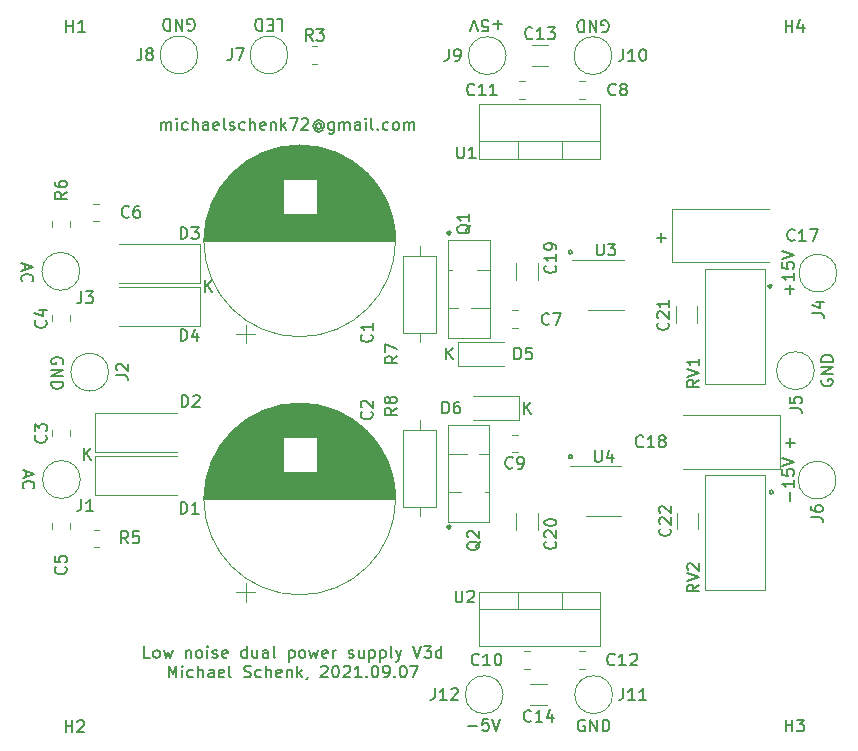
<source format=gbr>
G04 #@! TF.GenerationSoftware,KiCad,Pcbnew,(5.1.10-1-10_14)*
G04 #@! TF.CreationDate,2021-09-07T13:56:36+02:00*
G04 #@! TF.ProjectId,lv-lownoise-psu,6c762d6c-6f77-46e6-9f69-73652d707375,rev?*
G04 #@! TF.SameCoordinates,Original*
G04 #@! TF.FileFunction,Legend,Top*
G04 #@! TF.FilePolarity,Positive*
%FSLAX46Y46*%
G04 Gerber Fmt 4.6, Leading zero omitted, Abs format (unit mm)*
G04 Created by KiCad (PCBNEW (5.1.10-1-10_14)) date 2021-09-07 13:56:36*
%MOMM*%
%LPD*%
G01*
G04 APERTURE LIST*
%ADD10C,0.150000*%
%ADD11C,0.120000*%
G04 APERTURE END LIST*
D10*
X116776500Y-71143880D02*
X116681261Y-71191500D01*
X116633642Y-71286738D01*
X116681261Y-71381976D01*
X116776500Y-71429595D01*
X116871738Y-71381976D01*
X116919357Y-71286738D01*
X116871738Y-71191500D01*
X116776500Y-71143880D01*
X116776500Y-46251880D02*
X116681261Y-46299500D01*
X116633642Y-46394738D01*
X116681261Y-46489976D01*
X116776500Y-46537595D01*
X116871738Y-46489976D01*
X116919357Y-46394738D01*
X116871738Y-46299500D01*
X116776500Y-46251880D01*
X145288047Y-64142928D02*
X146049952Y-64142928D01*
X145669000Y-64523880D02*
X145669000Y-63761976D01*
X134366047Y-46807428D02*
X135127952Y-46807428D01*
X134747000Y-47188380D02*
X134747000Y-46426476D01*
X144081500Y-68159380D02*
X143986261Y-68207000D01*
X143938642Y-68302238D01*
X143986261Y-68397476D01*
X144081500Y-68445095D01*
X144176738Y-68397476D01*
X144224357Y-68302238D01*
X144176738Y-68207000D01*
X144081500Y-68159380D01*
X143954500Y-50760380D02*
X143859261Y-50808000D01*
X143811642Y-50903238D01*
X143859261Y-50998476D01*
X143954500Y-51046095D01*
X144049738Y-50998476D01*
X144097357Y-50903238D01*
X144049738Y-50808000D01*
X143954500Y-50760380D01*
X127063500Y-65174880D02*
X126968261Y-65222500D01*
X126920642Y-65317738D01*
X126968261Y-65412976D01*
X127063500Y-65460595D01*
X127158738Y-65412976D01*
X127206357Y-65317738D01*
X127158738Y-65222500D01*
X127063500Y-65174880D01*
X127063500Y-47839380D02*
X126968261Y-47887000D01*
X126920642Y-47982238D01*
X126968261Y-48077476D01*
X127063500Y-48125095D01*
X127158738Y-48077476D01*
X127206357Y-47982238D01*
X127158738Y-47887000D01*
X127063500Y-47839380D01*
X123118595Y-61729880D02*
X123118595Y-60729880D01*
X123690023Y-61729880D02*
X123261452Y-61158452D01*
X123690023Y-60729880D02*
X123118595Y-61301309D01*
X116514595Y-57094380D02*
X116514595Y-56094380D01*
X117086023Y-57094380D02*
X116657452Y-56522952D01*
X117086023Y-56094380D02*
X116514595Y-56665809D01*
X85907595Y-65603380D02*
X85907595Y-64603380D01*
X86479023Y-65603380D02*
X86050452Y-65031952D01*
X86479023Y-64603380D02*
X85907595Y-65174809D01*
X96131095Y-51379380D02*
X96131095Y-50379380D01*
X96702523Y-51379380D02*
X96273952Y-50807952D01*
X96702523Y-50379380D02*
X96131095Y-50950809D01*
X91473261Y-82367880D02*
X90997071Y-82367880D01*
X90997071Y-81367880D01*
X91949452Y-82367880D02*
X91854214Y-82320261D01*
X91806595Y-82272642D01*
X91758976Y-82177404D01*
X91758976Y-81891690D01*
X91806595Y-81796452D01*
X91854214Y-81748833D01*
X91949452Y-81701214D01*
X92092309Y-81701214D01*
X92187547Y-81748833D01*
X92235166Y-81796452D01*
X92282785Y-81891690D01*
X92282785Y-82177404D01*
X92235166Y-82272642D01*
X92187547Y-82320261D01*
X92092309Y-82367880D01*
X91949452Y-82367880D01*
X92616119Y-81701214D02*
X92806595Y-82367880D01*
X92997071Y-81891690D01*
X93187547Y-82367880D01*
X93378023Y-81701214D01*
X94520880Y-81701214D02*
X94520880Y-82367880D01*
X94520880Y-81796452D02*
X94568499Y-81748833D01*
X94663738Y-81701214D01*
X94806595Y-81701214D01*
X94901833Y-81748833D01*
X94949452Y-81844071D01*
X94949452Y-82367880D01*
X95568499Y-82367880D02*
X95473261Y-82320261D01*
X95425642Y-82272642D01*
X95378023Y-82177404D01*
X95378023Y-81891690D01*
X95425642Y-81796452D01*
X95473261Y-81748833D01*
X95568499Y-81701214D01*
X95711357Y-81701214D01*
X95806595Y-81748833D01*
X95854214Y-81796452D01*
X95901833Y-81891690D01*
X95901833Y-82177404D01*
X95854214Y-82272642D01*
X95806595Y-82320261D01*
X95711357Y-82367880D01*
X95568499Y-82367880D01*
X96330404Y-82367880D02*
X96330404Y-81701214D01*
X96330404Y-81367880D02*
X96282785Y-81415500D01*
X96330404Y-81463119D01*
X96378023Y-81415500D01*
X96330404Y-81367880D01*
X96330404Y-81463119D01*
X96758976Y-82320261D02*
X96854214Y-82367880D01*
X97044690Y-82367880D01*
X97139928Y-82320261D01*
X97187547Y-82225023D01*
X97187547Y-82177404D01*
X97139928Y-82082166D01*
X97044690Y-82034547D01*
X96901833Y-82034547D01*
X96806595Y-81986928D01*
X96758976Y-81891690D01*
X96758976Y-81844071D01*
X96806595Y-81748833D01*
X96901833Y-81701214D01*
X97044690Y-81701214D01*
X97139928Y-81748833D01*
X97997071Y-82320261D02*
X97901833Y-82367880D01*
X97711357Y-82367880D01*
X97616119Y-82320261D01*
X97568499Y-82225023D01*
X97568499Y-81844071D01*
X97616119Y-81748833D01*
X97711357Y-81701214D01*
X97901833Y-81701214D01*
X97997071Y-81748833D01*
X98044690Y-81844071D01*
X98044690Y-81939309D01*
X97568499Y-82034547D01*
X99663738Y-82367880D02*
X99663738Y-81367880D01*
X99663738Y-82320261D02*
X99568499Y-82367880D01*
X99378023Y-82367880D01*
X99282785Y-82320261D01*
X99235166Y-82272642D01*
X99187547Y-82177404D01*
X99187547Y-81891690D01*
X99235166Y-81796452D01*
X99282785Y-81748833D01*
X99378023Y-81701214D01*
X99568499Y-81701214D01*
X99663738Y-81748833D01*
X100568499Y-81701214D02*
X100568499Y-82367880D01*
X100139928Y-81701214D02*
X100139928Y-82225023D01*
X100187547Y-82320261D01*
X100282785Y-82367880D01*
X100425642Y-82367880D01*
X100520880Y-82320261D01*
X100568499Y-82272642D01*
X101473261Y-82367880D02*
X101473261Y-81844071D01*
X101425642Y-81748833D01*
X101330404Y-81701214D01*
X101139928Y-81701214D01*
X101044690Y-81748833D01*
X101473261Y-82320261D02*
X101378023Y-82367880D01*
X101139928Y-82367880D01*
X101044690Y-82320261D01*
X100997071Y-82225023D01*
X100997071Y-82129785D01*
X101044690Y-82034547D01*
X101139928Y-81986928D01*
X101378023Y-81986928D01*
X101473261Y-81939309D01*
X102092309Y-82367880D02*
X101997071Y-82320261D01*
X101949452Y-82225023D01*
X101949452Y-81367880D01*
X103235166Y-81701214D02*
X103235166Y-82701214D01*
X103235166Y-81748833D02*
X103330404Y-81701214D01*
X103520880Y-81701214D01*
X103616119Y-81748833D01*
X103663738Y-81796452D01*
X103711357Y-81891690D01*
X103711357Y-82177404D01*
X103663738Y-82272642D01*
X103616119Y-82320261D01*
X103520880Y-82367880D01*
X103330404Y-82367880D01*
X103235166Y-82320261D01*
X104282785Y-82367880D02*
X104187547Y-82320261D01*
X104139928Y-82272642D01*
X104092309Y-82177404D01*
X104092309Y-81891690D01*
X104139928Y-81796452D01*
X104187547Y-81748833D01*
X104282785Y-81701214D01*
X104425642Y-81701214D01*
X104520880Y-81748833D01*
X104568499Y-81796452D01*
X104616119Y-81891690D01*
X104616119Y-82177404D01*
X104568499Y-82272642D01*
X104520880Y-82320261D01*
X104425642Y-82367880D01*
X104282785Y-82367880D01*
X104949452Y-81701214D02*
X105139928Y-82367880D01*
X105330404Y-81891690D01*
X105520880Y-82367880D01*
X105711357Y-81701214D01*
X106473261Y-82320261D02*
X106378023Y-82367880D01*
X106187547Y-82367880D01*
X106092309Y-82320261D01*
X106044690Y-82225023D01*
X106044690Y-81844071D01*
X106092309Y-81748833D01*
X106187547Y-81701214D01*
X106378023Y-81701214D01*
X106473261Y-81748833D01*
X106520880Y-81844071D01*
X106520880Y-81939309D01*
X106044690Y-82034547D01*
X106949452Y-82367880D02*
X106949452Y-81701214D01*
X106949452Y-81891690D02*
X106997071Y-81796452D01*
X107044690Y-81748833D01*
X107139928Y-81701214D01*
X107235166Y-81701214D01*
X108282785Y-82320261D02*
X108378023Y-82367880D01*
X108568499Y-82367880D01*
X108663738Y-82320261D01*
X108711357Y-82225023D01*
X108711357Y-82177404D01*
X108663738Y-82082166D01*
X108568499Y-82034547D01*
X108425642Y-82034547D01*
X108330404Y-81986928D01*
X108282785Y-81891690D01*
X108282785Y-81844071D01*
X108330404Y-81748833D01*
X108425642Y-81701214D01*
X108568499Y-81701214D01*
X108663738Y-81748833D01*
X109568499Y-81701214D02*
X109568499Y-82367880D01*
X109139928Y-81701214D02*
X109139928Y-82225023D01*
X109187547Y-82320261D01*
X109282785Y-82367880D01*
X109425642Y-82367880D01*
X109520880Y-82320261D01*
X109568499Y-82272642D01*
X110044690Y-81701214D02*
X110044690Y-82701214D01*
X110044690Y-81748833D02*
X110139928Y-81701214D01*
X110330404Y-81701214D01*
X110425642Y-81748833D01*
X110473261Y-81796452D01*
X110520880Y-81891690D01*
X110520880Y-82177404D01*
X110473261Y-82272642D01*
X110425642Y-82320261D01*
X110330404Y-82367880D01*
X110139928Y-82367880D01*
X110044690Y-82320261D01*
X110949452Y-81701214D02*
X110949452Y-82701214D01*
X110949452Y-81748833D02*
X111044690Y-81701214D01*
X111235166Y-81701214D01*
X111330404Y-81748833D01*
X111378023Y-81796452D01*
X111425642Y-81891690D01*
X111425642Y-82177404D01*
X111378023Y-82272642D01*
X111330404Y-82320261D01*
X111235166Y-82367880D01*
X111044690Y-82367880D01*
X110949452Y-82320261D01*
X111997071Y-82367880D02*
X111901833Y-82320261D01*
X111854214Y-82225023D01*
X111854214Y-81367880D01*
X112282785Y-81701214D02*
X112520880Y-82367880D01*
X112758976Y-81701214D02*
X112520880Y-82367880D01*
X112425642Y-82605976D01*
X112378023Y-82653595D01*
X112282785Y-82701214D01*
X113758976Y-81367880D02*
X114092309Y-82367880D01*
X114425642Y-81367880D01*
X114663738Y-81367880D02*
X115282785Y-81367880D01*
X114949452Y-81748833D01*
X115092309Y-81748833D01*
X115187547Y-81796452D01*
X115235166Y-81844071D01*
X115282785Y-81939309D01*
X115282785Y-82177404D01*
X115235166Y-82272642D01*
X115187547Y-82320261D01*
X115092309Y-82367880D01*
X114806595Y-82367880D01*
X114711357Y-82320261D01*
X114663738Y-82272642D01*
X116139928Y-82367880D02*
X116139928Y-81367880D01*
X116139928Y-82320261D02*
X116044690Y-82367880D01*
X115854214Y-82367880D01*
X115758976Y-82320261D01*
X115711357Y-82272642D01*
X115663738Y-82177404D01*
X115663738Y-81891690D01*
X115711357Y-81796452D01*
X115758976Y-81748833D01*
X115854214Y-81701214D01*
X116044690Y-81701214D01*
X116139928Y-81748833D01*
X93044690Y-84017880D02*
X93044690Y-83017880D01*
X93378023Y-83732166D01*
X93711357Y-83017880D01*
X93711357Y-84017880D01*
X94187547Y-84017880D02*
X94187547Y-83351214D01*
X94187547Y-83017880D02*
X94139928Y-83065500D01*
X94187547Y-83113119D01*
X94235166Y-83065500D01*
X94187547Y-83017880D01*
X94187547Y-83113119D01*
X95092309Y-83970261D02*
X94997071Y-84017880D01*
X94806595Y-84017880D01*
X94711357Y-83970261D01*
X94663738Y-83922642D01*
X94616119Y-83827404D01*
X94616119Y-83541690D01*
X94663738Y-83446452D01*
X94711357Y-83398833D01*
X94806595Y-83351214D01*
X94997071Y-83351214D01*
X95092309Y-83398833D01*
X95520880Y-84017880D02*
X95520880Y-83017880D01*
X95949452Y-84017880D02*
X95949452Y-83494071D01*
X95901833Y-83398833D01*
X95806595Y-83351214D01*
X95663738Y-83351214D01*
X95568500Y-83398833D01*
X95520880Y-83446452D01*
X96854214Y-84017880D02*
X96854214Y-83494071D01*
X96806595Y-83398833D01*
X96711357Y-83351214D01*
X96520880Y-83351214D01*
X96425642Y-83398833D01*
X96854214Y-83970261D02*
X96758976Y-84017880D01*
X96520880Y-84017880D01*
X96425642Y-83970261D01*
X96378023Y-83875023D01*
X96378023Y-83779785D01*
X96425642Y-83684547D01*
X96520880Y-83636928D01*
X96758976Y-83636928D01*
X96854214Y-83589309D01*
X97711357Y-83970261D02*
X97616119Y-84017880D01*
X97425642Y-84017880D01*
X97330404Y-83970261D01*
X97282785Y-83875023D01*
X97282785Y-83494071D01*
X97330404Y-83398833D01*
X97425642Y-83351214D01*
X97616119Y-83351214D01*
X97711357Y-83398833D01*
X97758976Y-83494071D01*
X97758976Y-83589309D01*
X97282785Y-83684547D01*
X98330404Y-84017880D02*
X98235166Y-83970261D01*
X98187547Y-83875023D01*
X98187547Y-83017880D01*
X99425642Y-83970261D02*
X99568500Y-84017880D01*
X99806595Y-84017880D01*
X99901833Y-83970261D01*
X99949452Y-83922642D01*
X99997071Y-83827404D01*
X99997071Y-83732166D01*
X99949452Y-83636928D01*
X99901833Y-83589309D01*
X99806595Y-83541690D01*
X99616119Y-83494071D01*
X99520880Y-83446452D01*
X99473261Y-83398833D01*
X99425642Y-83303595D01*
X99425642Y-83208357D01*
X99473261Y-83113119D01*
X99520880Y-83065500D01*
X99616119Y-83017880D01*
X99854214Y-83017880D01*
X99997071Y-83065500D01*
X100854214Y-83970261D02*
X100758976Y-84017880D01*
X100568500Y-84017880D01*
X100473261Y-83970261D01*
X100425642Y-83922642D01*
X100378023Y-83827404D01*
X100378023Y-83541690D01*
X100425642Y-83446452D01*
X100473261Y-83398833D01*
X100568500Y-83351214D01*
X100758976Y-83351214D01*
X100854214Y-83398833D01*
X101282785Y-84017880D02*
X101282785Y-83017880D01*
X101711357Y-84017880D02*
X101711357Y-83494071D01*
X101663738Y-83398833D01*
X101568500Y-83351214D01*
X101425642Y-83351214D01*
X101330404Y-83398833D01*
X101282785Y-83446452D01*
X102568500Y-83970261D02*
X102473261Y-84017880D01*
X102282785Y-84017880D01*
X102187547Y-83970261D01*
X102139928Y-83875023D01*
X102139928Y-83494071D01*
X102187547Y-83398833D01*
X102282785Y-83351214D01*
X102473261Y-83351214D01*
X102568500Y-83398833D01*
X102616119Y-83494071D01*
X102616119Y-83589309D01*
X102139928Y-83684547D01*
X103044690Y-83351214D02*
X103044690Y-84017880D01*
X103044690Y-83446452D02*
X103092309Y-83398833D01*
X103187547Y-83351214D01*
X103330404Y-83351214D01*
X103425642Y-83398833D01*
X103473261Y-83494071D01*
X103473261Y-84017880D01*
X103949452Y-84017880D02*
X103949452Y-83017880D01*
X104044690Y-83636928D02*
X104330404Y-84017880D01*
X104330404Y-83351214D02*
X103949452Y-83732166D01*
X104806595Y-83970261D02*
X104806595Y-84017880D01*
X104758976Y-84113119D01*
X104711357Y-84160738D01*
X105949452Y-83113119D02*
X105997071Y-83065500D01*
X106092309Y-83017880D01*
X106330404Y-83017880D01*
X106425642Y-83065500D01*
X106473261Y-83113119D01*
X106520880Y-83208357D01*
X106520880Y-83303595D01*
X106473261Y-83446452D01*
X105901833Y-84017880D01*
X106520880Y-84017880D01*
X107139928Y-83017880D02*
X107235166Y-83017880D01*
X107330404Y-83065500D01*
X107378023Y-83113119D01*
X107425642Y-83208357D01*
X107473261Y-83398833D01*
X107473261Y-83636928D01*
X107425642Y-83827404D01*
X107378023Y-83922642D01*
X107330404Y-83970261D01*
X107235166Y-84017880D01*
X107139928Y-84017880D01*
X107044690Y-83970261D01*
X106997071Y-83922642D01*
X106949452Y-83827404D01*
X106901833Y-83636928D01*
X106901833Y-83398833D01*
X106949452Y-83208357D01*
X106997071Y-83113119D01*
X107044690Y-83065500D01*
X107139928Y-83017880D01*
X107854214Y-83113119D02*
X107901833Y-83065500D01*
X107997071Y-83017880D01*
X108235166Y-83017880D01*
X108330404Y-83065500D01*
X108378023Y-83113119D01*
X108425642Y-83208357D01*
X108425642Y-83303595D01*
X108378023Y-83446452D01*
X107806595Y-84017880D01*
X108425642Y-84017880D01*
X109378023Y-84017880D02*
X108806595Y-84017880D01*
X109092309Y-84017880D02*
X109092309Y-83017880D01*
X108997071Y-83160738D01*
X108901833Y-83255976D01*
X108806595Y-83303595D01*
X109806595Y-83922642D02*
X109854214Y-83970261D01*
X109806595Y-84017880D01*
X109758976Y-83970261D01*
X109806595Y-83922642D01*
X109806595Y-84017880D01*
X110473261Y-83017880D02*
X110568500Y-83017880D01*
X110663738Y-83065500D01*
X110711357Y-83113119D01*
X110758976Y-83208357D01*
X110806595Y-83398833D01*
X110806595Y-83636928D01*
X110758976Y-83827404D01*
X110711357Y-83922642D01*
X110663738Y-83970261D01*
X110568500Y-84017880D01*
X110473261Y-84017880D01*
X110378023Y-83970261D01*
X110330404Y-83922642D01*
X110282785Y-83827404D01*
X110235166Y-83636928D01*
X110235166Y-83398833D01*
X110282785Y-83208357D01*
X110330404Y-83113119D01*
X110378023Y-83065500D01*
X110473261Y-83017880D01*
X111282785Y-84017880D02*
X111473261Y-84017880D01*
X111568500Y-83970261D01*
X111616119Y-83922642D01*
X111711357Y-83779785D01*
X111758976Y-83589309D01*
X111758976Y-83208357D01*
X111711357Y-83113119D01*
X111663738Y-83065500D01*
X111568500Y-83017880D01*
X111378023Y-83017880D01*
X111282785Y-83065500D01*
X111235166Y-83113119D01*
X111187547Y-83208357D01*
X111187547Y-83446452D01*
X111235166Y-83541690D01*
X111282785Y-83589309D01*
X111378023Y-83636928D01*
X111568500Y-83636928D01*
X111663738Y-83589309D01*
X111711357Y-83541690D01*
X111758976Y-83446452D01*
X112187547Y-83922642D02*
X112235166Y-83970261D01*
X112187547Y-84017880D01*
X112139928Y-83970261D01*
X112187547Y-83922642D01*
X112187547Y-84017880D01*
X112854214Y-83017880D02*
X112949452Y-83017880D01*
X113044690Y-83065500D01*
X113092309Y-83113119D01*
X113139928Y-83208357D01*
X113187547Y-83398833D01*
X113187547Y-83636928D01*
X113139928Y-83827404D01*
X113092309Y-83922642D01*
X113044690Y-83970261D01*
X112949452Y-84017880D01*
X112854214Y-84017880D01*
X112758976Y-83970261D01*
X112711357Y-83922642D01*
X112663738Y-83827404D01*
X112616119Y-83636928D01*
X112616119Y-83398833D01*
X112663738Y-83208357D01*
X112711357Y-83113119D01*
X112758976Y-83065500D01*
X112854214Y-83017880D01*
X113520880Y-83017880D02*
X114187547Y-83017880D01*
X113758976Y-84017880D01*
X129730404Y-29329000D02*
X129825642Y-29376619D01*
X129968500Y-29376619D01*
X130111357Y-29329000D01*
X130206595Y-29233761D01*
X130254214Y-29138523D01*
X130301833Y-28948047D01*
X130301833Y-28805190D01*
X130254214Y-28614714D01*
X130206595Y-28519476D01*
X130111357Y-28424238D01*
X129968500Y-28376619D01*
X129873261Y-28376619D01*
X129730404Y-28424238D01*
X129682785Y-28471857D01*
X129682785Y-28805190D01*
X129873261Y-28805190D01*
X129254214Y-28376619D02*
X129254214Y-29376619D01*
X128682785Y-28376619D01*
X128682785Y-29376619D01*
X128206595Y-28376619D02*
X128206595Y-29376619D01*
X127968500Y-29376619D01*
X127825642Y-29329000D01*
X127730404Y-29233761D01*
X127682785Y-29138523D01*
X127635166Y-28948047D01*
X127635166Y-28805190D01*
X127682785Y-28614714D01*
X127730404Y-28519476D01*
X127825642Y-28424238D01*
X127968500Y-28376619D01*
X128206595Y-28376619D01*
X121300714Y-28694071D02*
X120538809Y-28694071D01*
X120919761Y-28313119D02*
X120919761Y-29075023D01*
X119586428Y-29313119D02*
X120062619Y-29313119D01*
X120110238Y-28836928D01*
X120062619Y-28884547D01*
X119967380Y-28932166D01*
X119729285Y-28932166D01*
X119634047Y-28884547D01*
X119586428Y-28836928D01*
X119538809Y-28741690D01*
X119538809Y-28503595D01*
X119586428Y-28408357D01*
X119634047Y-28360738D01*
X119729285Y-28313119D01*
X119967380Y-28313119D01*
X120062619Y-28360738D01*
X120110238Y-28408357D01*
X119253095Y-29313119D02*
X118919761Y-28313119D01*
X118586428Y-29313119D01*
X118411785Y-88145928D02*
X119173690Y-88145928D01*
X120126071Y-87526880D02*
X119649880Y-87526880D01*
X119602261Y-88003071D01*
X119649880Y-87955452D01*
X119745119Y-87907833D01*
X119983214Y-87907833D01*
X120078452Y-87955452D01*
X120126071Y-88003071D01*
X120173690Y-88098309D01*
X120173690Y-88336404D01*
X120126071Y-88431642D01*
X120078452Y-88479261D01*
X119983214Y-88526880D01*
X119745119Y-88526880D01*
X119649880Y-88479261D01*
X119602261Y-88431642D01*
X120459404Y-87526880D02*
X120792738Y-88526880D01*
X121126071Y-87526880D01*
X128270095Y-87638000D02*
X128174857Y-87590380D01*
X128032000Y-87590380D01*
X127889142Y-87638000D01*
X127793904Y-87733238D01*
X127746285Y-87828476D01*
X127698666Y-88018952D01*
X127698666Y-88161809D01*
X127746285Y-88352285D01*
X127793904Y-88447523D01*
X127889142Y-88542761D01*
X128032000Y-88590380D01*
X128127238Y-88590380D01*
X128270095Y-88542761D01*
X128317714Y-88495142D01*
X128317714Y-88161809D01*
X128127238Y-88161809D01*
X128746285Y-88590380D02*
X128746285Y-87590380D01*
X129317714Y-88590380D01*
X129317714Y-87590380D01*
X129793904Y-88590380D02*
X129793904Y-87590380D01*
X130032000Y-87590380D01*
X130174857Y-87638000D01*
X130270095Y-87733238D01*
X130317714Y-87828476D01*
X130365333Y-88018952D01*
X130365333Y-88161809D01*
X130317714Y-88352285D01*
X130270095Y-88447523D01*
X130174857Y-88542761D01*
X130032000Y-88590380D01*
X129793904Y-88590380D01*
X94678404Y-29202000D02*
X94773642Y-29249619D01*
X94916500Y-29249619D01*
X95059357Y-29202000D01*
X95154595Y-29106761D01*
X95202214Y-29011523D01*
X95249833Y-28821047D01*
X95249833Y-28678190D01*
X95202214Y-28487714D01*
X95154595Y-28392476D01*
X95059357Y-28297238D01*
X94916500Y-28249619D01*
X94821261Y-28249619D01*
X94678404Y-28297238D01*
X94630785Y-28344857D01*
X94630785Y-28678190D01*
X94821261Y-28678190D01*
X94202214Y-28249619D02*
X94202214Y-29249619D01*
X93630785Y-28249619D01*
X93630785Y-29249619D01*
X93154595Y-28249619D02*
X93154595Y-29249619D01*
X92916500Y-29249619D01*
X92773642Y-29202000D01*
X92678404Y-29106761D01*
X92630785Y-29011523D01*
X92583166Y-28821047D01*
X92583166Y-28678190D01*
X92630785Y-28487714D01*
X92678404Y-28392476D01*
X92773642Y-28297238D01*
X92916500Y-28249619D01*
X93154595Y-28249619D01*
X102179357Y-28249619D02*
X102655547Y-28249619D01*
X102655547Y-29249619D01*
X101846023Y-28773428D02*
X101512690Y-28773428D01*
X101369833Y-28249619D02*
X101846023Y-28249619D01*
X101846023Y-29249619D01*
X101369833Y-29249619D01*
X100941261Y-28249619D02*
X100941261Y-29249619D01*
X100703166Y-29249619D01*
X100560309Y-29202000D01*
X100465071Y-29106761D01*
X100417452Y-29011523D01*
X100369833Y-28821047D01*
X100369833Y-28678190D01*
X100417452Y-28487714D01*
X100465071Y-28392476D01*
X100560309Y-28297238D01*
X100703166Y-28249619D01*
X100941261Y-28249619D01*
X92409714Y-37663380D02*
X92409714Y-36996714D01*
X92409714Y-37091952D02*
X92457333Y-37044333D01*
X92552571Y-36996714D01*
X92695428Y-36996714D01*
X92790666Y-37044333D01*
X92838285Y-37139571D01*
X92838285Y-37663380D01*
X92838285Y-37139571D02*
X92885904Y-37044333D01*
X92981142Y-36996714D01*
X93124000Y-36996714D01*
X93219238Y-37044333D01*
X93266857Y-37139571D01*
X93266857Y-37663380D01*
X93743047Y-37663380D02*
X93743047Y-36996714D01*
X93743047Y-36663380D02*
X93695428Y-36711000D01*
X93743047Y-36758619D01*
X93790666Y-36711000D01*
X93743047Y-36663380D01*
X93743047Y-36758619D01*
X94647809Y-37615761D02*
X94552571Y-37663380D01*
X94362095Y-37663380D01*
X94266857Y-37615761D01*
X94219238Y-37568142D01*
X94171619Y-37472904D01*
X94171619Y-37187190D01*
X94219238Y-37091952D01*
X94266857Y-37044333D01*
X94362095Y-36996714D01*
X94552571Y-36996714D01*
X94647809Y-37044333D01*
X95076380Y-37663380D02*
X95076380Y-36663380D01*
X95504952Y-37663380D02*
X95504952Y-37139571D01*
X95457333Y-37044333D01*
X95362095Y-36996714D01*
X95219238Y-36996714D01*
X95124000Y-37044333D01*
X95076380Y-37091952D01*
X96409714Y-37663380D02*
X96409714Y-37139571D01*
X96362095Y-37044333D01*
X96266857Y-36996714D01*
X96076380Y-36996714D01*
X95981142Y-37044333D01*
X96409714Y-37615761D02*
X96314476Y-37663380D01*
X96076380Y-37663380D01*
X95981142Y-37615761D01*
X95933523Y-37520523D01*
X95933523Y-37425285D01*
X95981142Y-37330047D01*
X96076380Y-37282428D01*
X96314476Y-37282428D01*
X96409714Y-37234809D01*
X97266857Y-37615761D02*
X97171619Y-37663380D01*
X96981142Y-37663380D01*
X96885904Y-37615761D01*
X96838285Y-37520523D01*
X96838285Y-37139571D01*
X96885904Y-37044333D01*
X96981142Y-36996714D01*
X97171619Y-36996714D01*
X97266857Y-37044333D01*
X97314476Y-37139571D01*
X97314476Y-37234809D01*
X96838285Y-37330047D01*
X97885904Y-37663380D02*
X97790666Y-37615761D01*
X97743047Y-37520523D01*
X97743047Y-36663380D01*
X98219238Y-37615761D02*
X98314476Y-37663380D01*
X98504952Y-37663380D01*
X98600190Y-37615761D01*
X98647809Y-37520523D01*
X98647809Y-37472904D01*
X98600190Y-37377666D01*
X98504952Y-37330047D01*
X98362095Y-37330047D01*
X98266857Y-37282428D01*
X98219238Y-37187190D01*
X98219238Y-37139571D01*
X98266857Y-37044333D01*
X98362095Y-36996714D01*
X98504952Y-36996714D01*
X98600190Y-37044333D01*
X99504952Y-37615761D02*
X99409714Y-37663380D01*
X99219238Y-37663380D01*
X99124000Y-37615761D01*
X99076380Y-37568142D01*
X99028761Y-37472904D01*
X99028761Y-37187190D01*
X99076380Y-37091952D01*
X99124000Y-37044333D01*
X99219238Y-36996714D01*
X99409714Y-36996714D01*
X99504952Y-37044333D01*
X99933523Y-37663380D02*
X99933523Y-36663380D01*
X100362095Y-37663380D02*
X100362095Y-37139571D01*
X100314476Y-37044333D01*
X100219238Y-36996714D01*
X100076380Y-36996714D01*
X99981142Y-37044333D01*
X99933523Y-37091952D01*
X101219238Y-37615761D02*
X101124000Y-37663380D01*
X100933523Y-37663380D01*
X100838285Y-37615761D01*
X100790666Y-37520523D01*
X100790666Y-37139571D01*
X100838285Y-37044333D01*
X100933523Y-36996714D01*
X101124000Y-36996714D01*
X101219238Y-37044333D01*
X101266857Y-37139571D01*
X101266857Y-37234809D01*
X100790666Y-37330047D01*
X101695428Y-36996714D02*
X101695428Y-37663380D01*
X101695428Y-37091952D02*
X101743047Y-37044333D01*
X101838285Y-36996714D01*
X101981142Y-36996714D01*
X102076380Y-37044333D01*
X102124000Y-37139571D01*
X102124000Y-37663380D01*
X102600190Y-37663380D02*
X102600190Y-36663380D01*
X102695428Y-37282428D02*
X102981142Y-37663380D01*
X102981142Y-36996714D02*
X102600190Y-37377666D01*
X103314476Y-36663380D02*
X103981142Y-36663380D01*
X103552571Y-37663380D01*
X104314476Y-36758619D02*
X104362095Y-36711000D01*
X104457333Y-36663380D01*
X104695428Y-36663380D01*
X104790666Y-36711000D01*
X104838285Y-36758619D01*
X104885904Y-36853857D01*
X104885904Y-36949095D01*
X104838285Y-37091952D01*
X104266857Y-37663380D01*
X104885904Y-37663380D01*
X105933523Y-37187190D02*
X105885904Y-37139571D01*
X105790666Y-37091952D01*
X105695428Y-37091952D01*
X105600190Y-37139571D01*
X105552571Y-37187190D01*
X105504952Y-37282428D01*
X105504952Y-37377666D01*
X105552571Y-37472904D01*
X105600190Y-37520523D01*
X105695428Y-37568142D01*
X105790666Y-37568142D01*
X105885904Y-37520523D01*
X105933523Y-37472904D01*
X105933523Y-37091952D02*
X105933523Y-37472904D01*
X105981142Y-37520523D01*
X106028761Y-37520523D01*
X106124000Y-37472904D01*
X106171619Y-37377666D01*
X106171619Y-37139571D01*
X106076380Y-36996714D01*
X105933523Y-36901476D01*
X105743047Y-36853857D01*
X105552571Y-36901476D01*
X105409714Y-36996714D01*
X105314476Y-37139571D01*
X105266857Y-37330047D01*
X105314476Y-37520523D01*
X105409714Y-37663380D01*
X105552571Y-37758619D01*
X105743047Y-37806238D01*
X105933523Y-37758619D01*
X106076380Y-37663380D01*
X107028761Y-36996714D02*
X107028761Y-37806238D01*
X106981142Y-37901476D01*
X106933523Y-37949095D01*
X106838285Y-37996714D01*
X106695428Y-37996714D01*
X106600190Y-37949095D01*
X107028761Y-37615761D02*
X106933523Y-37663380D01*
X106743047Y-37663380D01*
X106647809Y-37615761D01*
X106600190Y-37568142D01*
X106552571Y-37472904D01*
X106552571Y-37187190D01*
X106600190Y-37091952D01*
X106647809Y-37044333D01*
X106743047Y-36996714D01*
X106933523Y-36996714D01*
X107028761Y-37044333D01*
X107504952Y-37663380D02*
X107504952Y-36996714D01*
X107504952Y-37091952D02*
X107552571Y-37044333D01*
X107647809Y-36996714D01*
X107790666Y-36996714D01*
X107885904Y-37044333D01*
X107933523Y-37139571D01*
X107933523Y-37663380D01*
X107933523Y-37139571D02*
X107981142Y-37044333D01*
X108076380Y-36996714D01*
X108219238Y-36996714D01*
X108314476Y-37044333D01*
X108362095Y-37139571D01*
X108362095Y-37663380D01*
X109266857Y-37663380D02*
X109266857Y-37139571D01*
X109219238Y-37044333D01*
X109124000Y-36996714D01*
X108933523Y-36996714D01*
X108838285Y-37044333D01*
X109266857Y-37615761D02*
X109171619Y-37663380D01*
X108933523Y-37663380D01*
X108838285Y-37615761D01*
X108790666Y-37520523D01*
X108790666Y-37425285D01*
X108838285Y-37330047D01*
X108933523Y-37282428D01*
X109171619Y-37282428D01*
X109266857Y-37234809D01*
X109743047Y-37663380D02*
X109743047Y-36996714D01*
X109743047Y-36663380D02*
X109695428Y-36711000D01*
X109743047Y-36758619D01*
X109790666Y-36711000D01*
X109743047Y-36663380D01*
X109743047Y-36758619D01*
X110362095Y-37663380D02*
X110266857Y-37615761D01*
X110219238Y-37520523D01*
X110219238Y-36663380D01*
X110743047Y-37568142D02*
X110790666Y-37615761D01*
X110743047Y-37663380D01*
X110695428Y-37615761D01*
X110743047Y-37568142D01*
X110743047Y-37663380D01*
X111647809Y-37615761D02*
X111552571Y-37663380D01*
X111362095Y-37663380D01*
X111266857Y-37615761D01*
X111219238Y-37568142D01*
X111171619Y-37472904D01*
X111171619Y-37187190D01*
X111219238Y-37091952D01*
X111266857Y-37044333D01*
X111362095Y-36996714D01*
X111552571Y-36996714D01*
X111647809Y-37044333D01*
X112219238Y-37663380D02*
X112124000Y-37615761D01*
X112076380Y-37568142D01*
X112028761Y-37472904D01*
X112028761Y-37187190D01*
X112076380Y-37091952D01*
X112124000Y-37044333D01*
X112219238Y-36996714D01*
X112362095Y-36996714D01*
X112457333Y-37044333D01*
X112504952Y-37091952D01*
X112552571Y-37187190D01*
X112552571Y-37472904D01*
X112504952Y-37568142D01*
X112457333Y-37615761D01*
X112362095Y-37663380D01*
X112219238Y-37663380D01*
X112981142Y-37663380D02*
X112981142Y-36996714D01*
X112981142Y-37091952D02*
X113028761Y-37044333D01*
X113124000Y-36996714D01*
X113266857Y-36996714D01*
X113362095Y-37044333D01*
X113409714Y-37139571D01*
X113409714Y-37663380D01*
X113409714Y-37139571D02*
X113457333Y-37044333D01*
X113552571Y-36996714D01*
X113695428Y-36996714D01*
X113790666Y-37044333D01*
X113838285Y-37139571D01*
X113838285Y-37663380D01*
X84066000Y-57467595D02*
X84113619Y-57372357D01*
X84113619Y-57229500D01*
X84066000Y-57086642D01*
X83970761Y-56991404D01*
X83875523Y-56943785D01*
X83685047Y-56896166D01*
X83542190Y-56896166D01*
X83351714Y-56943785D01*
X83256476Y-56991404D01*
X83161238Y-57086642D01*
X83113619Y-57229500D01*
X83113619Y-57324738D01*
X83161238Y-57467595D01*
X83208857Y-57515214D01*
X83542190Y-57515214D01*
X83542190Y-57324738D01*
X83113619Y-57943785D02*
X84113619Y-57943785D01*
X83113619Y-58515214D01*
X84113619Y-58515214D01*
X83113619Y-58991404D02*
X84113619Y-58991404D01*
X84113619Y-59229500D01*
X84066000Y-59372357D01*
X83970761Y-59467595D01*
X83875523Y-59515214D01*
X83685047Y-59562833D01*
X83542190Y-59562833D01*
X83351714Y-59515214D01*
X83256476Y-59467595D01*
X83161238Y-59372357D01*
X83113619Y-59229500D01*
X83113619Y-58991404D01*
X80960933Y-66521104D02*
X80960933Y-66997295D01*
X80675219Y-66425866D02*
X81675219Y-66759200D01*
X80675219Y-67092533D01*
X80770457Y-67997295D02*
X80722838Y-67949676D01*
X80675219Y-67806819D01*
X80675219Y-67711580D01*
X80722838Y-67568723D01*
X80818076Y-67473485D01*
X80913314Y-67425866D01*
X81103790Y-67378247D01*
X81246647Y-67378247D01*
X81437123Y-67425866D01*
X81532361Y-67473485D01*
X81627600Y-67568723D01*
X81675219Y-67711580D01*
X81675219Y-67806819D01*
X81627600Y-67949676D01*
X81579980Y-67997295D01*
X80859333Y-48995104D02*
X80859333Y-49471295D01*
X80573619Y-48899866D02*
X81573619Y-49233200D01*
X80573619Y-49566533D01*
X80668857Y-50471295D02*
X80621238Y-50423676D01*
X80573619Y-50280819D01*
X80573619Y-50185580D01*
X80621238Y-50042723D01*
X80716476Y-49947485D01*
X80811714Y-49899866D01*
X81002190Y-49852247D01*
X81145047Y-49852247D01*
X81335523Y-49899866D01*
X81430761Y-49947485D01*
X81526000Y-50042723D01*
X81573619Y-50185580D01*
X81573619Y-50280819D01*
X81526000Y-50423676D01*
X81478380Y-50471295D01*
X145613428Y-69071904D02*
X145613428Y-68310000D01*
X145994380Y-67310000D02*
X145994380Y-67881428D01*
X145994380Y-67595714D02*
X144994380Y-67595714D01*
X145137238Y-67690952D01*
X145232476Y-67786190D01*
X145280095Y-67881428D01*
X144994380Y-66405238D02*
X144994380Y-66881428D01*
X145470571Y-66929047D01*
X145422952Y-66881428D01*
X145375333Y-66786190D01*
X145375333Y-66548095D01*
X145422952Y-66452857D01*
X145470571Y-66405238D01*
X145565809Y-66357619D01*
X145803904Y-66357619D01*
X145899142Y-66405238D01*
X145946761Y-66452857D01*
X145994380Y-66548095D01*
X145994380Y-66786190D01*
X145946761Y-66881428D01*
X145899142Y-66929047D01*
X144994380Y-66071904D02*
X145994380Y-65738571D01*
X144994380Y-65405238D01*
X148344000Y-58800904D02*
X148296380Y-58896142D01*
X148296380Y-59039000D01*
X148344000Y-59181857D01*
X148439238Y-59277095D01*
X148534476Y-59324714D01*
X148724952Y-59372333D01*
X148867809Y-59372333D01*
X149058285Y-59324714D01*
X149153523Y-59277095D01*
X149248761Y-59181857D01*
X149296380Y-59039000D01*
X149296380Y-58943761D01*
X149248761Y-58800904D01*
X149201142Y-58753285D01*
X148867809Y-58753285D01*
X148867809Y-58943761D01*
X149296380Y-58324714D02*
X148296380Y-58324714D01*
X149296380Y-57753285D01*
X148296380Y-57753285D01*
X149296380Y-57277095D02*
X148296380Y-57277095D01*
X148296380Y-57039000D01*
X148344000Y-56896142D01*
X148439238Y-56800904D01*
X148534476Y-56753285D01*
X148724952Y-56705666D01*
X148867809Y-56705666D01*
X149058285Y-56753285D01*
X149153523Y-56800904D01*
X149248761Y-56896142D01*
X149296380Y-57039000D01*
X149296380Y-57277095D01*
X145613428Y-51545904D02*
X145613428Y-50784000D01*
X145994380Y-51164952D02*
X145232476Y-51164952D01*
X145994380Y-49784000D02*
X145994380Y-50355428D01*
X145994380Y-50069714D02*
X144994380Y-50069714D01*
X145137238Y-50164952D01*
X145232476Y-50260190D01*
X145280095Y-50355428D01*
X144994380Y-48879238D02*
X144994380Y-49355428D01*
X145470571Y-49403047D01*
X145422952Y-49355428D01*
X145375333Y-49260190D01*
X145375333Y-49022095D01*
X145422952Y-48926857D01*
X145470571Y-48879238D01*
X145565809Y-48831619D01*
X145803904Y-48831619D01*
X145899142Y-48879238D01*
X145946761Y-48926857D01*
X145994380Y-49022095D01*
X145994380Y-49260190D01*
X145946761Y-49355428D01*
X145899142Y-49403047D01*
X144994380Y-48545904D02*
X145994380Y-48212571D01*
X144994380Y-47879238D01*
D11*
X125082752Y-84561000D02*
X123660248Y-84561000D01*
X125082752Y-86381000D02*
X123660248Y-86381000D01*
X123773748Y-32279000D02*
X125196252Y-32279000D01*
X123773748Y-30459000D02*
X125196252Y-30459000D01*
X122696248Y-33555000D02*
X123218752Y-33555000D01*
X122696248Y-35025000D02*
X123218752Y-35025000D01*
X115670000Y-63024000D02*
X112930000Y-63024000D01*
X112930000Y-63024000D02*
X112930000Y-69564000D01*
X112930000Y-69564000D02*
X115670000Y-69564000D01*
X115670000Y-69564000D02*
X115670000Y-63024000D01*
X114300000Y-62254000D02*
X114300000Y-63024000D01*
X114300000Y-70334000D02*
X114300000Y-69564000D01*
X115670000Y-48292000D02*
X112930000Y-48292000D01*
X112930000Y-48292000D02*
X112930000Y-54832000D01*
X112930000Y-54832000D02*
X115670000Y-54832000D01*
X115670000Y-54832000D02*
X115670000Y-48292000D01*
X114300000Y-47522000D02*
X114300000Y-48292000D01*
X114300000Y-55602000D02*
X114300000Y-54832000D01*
X84682000Y-45381936D02*
X84682000Y-45836064D01*
X83212000Y-45381936D02*
X83212000Y-45836064D01*
X86688436Y-71528000D02*
X87142564Y-71528000D01*
X86688436Y-72998000D02*
X87142564Y-72998000D01*
X116688500Y-70858500D02*
X116688500Y-62618500D01*
X120178500Y-70858500D02*
X120178500Y-62618500D01*
X116688500Y-70858500D02*
X120178500Y-70858500D01*
X116688500Y-62618500D02*
X120178500Y-62618500D01*
X116688500Y-68338500D02*
X117758500Y-68338500D01*
X119858500Y-68338500D02*
X120178500Y-68338500D01*
X116688500Y-65137500D02*
X118268500Y-65137500D01*
X119348500Y-65137500D02*
X120178500Y-65137500D01*
X120230000Y-46997500D02*
X120230000Y-55237500D01*
X116740000Y-46997500D02*
X116740000Y-55237500D01*
X120230000Y-46997500D02*
X116740000Y-46997500D01*
X120230000Y-55237500D02*
X116740000Y-55237500D01*
X120230000Y-49517500D02*
X119160000Y-49517500D01*
X117060000Y-49517500D02*
X116740000Y-49517500D01*
X120230000Y-52718500D02*
X118650000Y-52718500D01*
X117570000Y-52718500D02*
X116740000Y-52718500D01*
X122708500Y-62214000D02*
X122708500Y-60214000D01*
X122708500Y-60214000D02*
X118808500Y-60214000D01*
X122708500Y-62214000D02*
X118808500Y-62214000D01*
X117510000Y-55642000D02*
X117510000Y-57642000D01*
X117510000Y-57642000D02*
X121410000Y-57642000D01*
X117510000Y-55642000D02*
X121410000Y-55642000D01*
X136059500Y-71488752D02*
X136059500Y-70066248D01*
X137879500Y-71488752D02*
X137879500Y-70066248D01*
X137816000Y-52603748D02*
X137816000Y-54026252D01*
X135996000Y-52603748D02*
X135996000Y-54026252D01*
X122470500Y-71538752D02*
X122470500Y-70116248D01*
X124290500Y-71538752D02*
X124290500Y-70116248D01*
X122470500Y-50329752D02*
X122470500Y-48907248D01*
X124290500Y-50329752D02*
X124290500Y-48907248D01*
X122604252Y-64933500D02*
X122081748Y-64933500D01*
X122604252Y-63463500D02*
X122081748Y-63463500D01*
X122145248Y-52922500D02*
X122667752Y-52922500D01*
X122145248Y-54392500D02*
X122667752Y-54392500D01*
X87150752Y-45375500D02*
X86628248Y-45375500D01*
X87150752Y-43905500D02*
X86628248Y-43905500D01*
X84682000Y-70943748D02*
X84682000Y-71466252D01*
X83212000Y-70943748D02*
X83212000Y-71466252D01*
X83212000Y-53876752D02*
X83212000Y-53354248D01*
X84682000Y-53876752D02*
X84682000Y-53354248D01*
X83212000Y-63612752D02*
X83212000Y-63090248D01*
X84682000Y-63612752D02*
X84682000Y-63090248D01*
X136596500Y-66331500D02*
X144831500Y-66331500D01*
X144831500Y-66331500D02*
X144831500Y-61811500D01*
X144831500Y-61811500D02*
X136596500Y-61811500D01*
X143883000Y-44349000D02*
X135648000Y-44349000D01*
X135648000Y-44349000D02*
X135648000Y-48869000D01*
X135648000Y-48869000D02*
X143883000Y-48869000D01*
X126311000Y-76740000D02*
X126311000Y-78250000D01*
X122610000Y-76740000D02*
X122610000Y-78250000D01*
X119340000Y-78250000D02*
X129580000Y-78250000D01*
X129580000Y-76740000D02*
X129580000Y-81381000D01*
X119340000Y-76740000D02*
X119340000Y-81381000D01*
X119340000Y-81381000D02*
X129580000Y-81381000D01*
X119340000Y-76740000D02*
X129580000Y-76740000D01*
X122609000Y-40100000D02*
X122609000Y-38590000D01*
X126310000Y-40100000D02*
X126310000Y-38590000D01*
X129580000Y-38590000D02*
X119340000Y-38590000D01*
X119340000Y-40100000D02*
X119340000Y-35459000D01*
X129580000Y-40100000D02*
X129580000Y-35459000D01*
X129580000Y-35459000D02*
X119340000Y-35459000D01*
X129580000Y-40100000D02*
X119340000Y-40100000D01*
X95727600Y-54228000D02*
X95727600Y-50928000D01*
X95727600Y-50928000D02*
X88827600Y-50928000D01*
X95727600Y-54228000D02*
X88827600Y-54228000D01*
X95727600Y-50621200D02*
X95727600Y-47321200D01*
X95727600Y-47321200D02*
X88827600Y-47321200D01*
X95727600Y-50621200D02*
X88827600Y-50621200D01*
X86826000Y-61646800D02*
X86826000Y-64946800D01*
X86826000Y-64946800D02*
X93726000Y-64946800D01*
X86826000Y-61646800D02*
X93726000Y-61646800D01*
X86826000Y-65304400D02*
X86826000Y-68604400D01*
X86826000Y-68604400D02*
X93726000Y-68604400D01*
X86826000Y-65304400D02*
X93726000Y-65304400D01*
X129886600Y-70371900D02*
X131386600Y-70371900D01*
X129886600Y-70371900D02*
X128386600Y-70371900D01*
X129886600Y-66151900D02*
X131386600Y-66151900D01*
X129886600Y-66151900D02*
X127011600Y-66151900D01*
X112260000Y-68901000D02*
G75*
G03*
X112260000Y-68901000I-8120000J0D01*
G01*
X96059000Y-68901000D02*
X112221000Y-68901000D01*
X96060000Y-68861000D02*
X112220000Y-68861000D01*
X96060000Y-68821000D02*
X112220000Y-68821000D01*
X96060000Y-68781000D02*
X112220000Y-68781000D01*
X96061000Y-68741000D02*
X112219000Y-68741000D01*
X96062000Y-68701000D02*
X112218000Y-68701000D01*
X96063000Y-68661000D02*
X112217000Y-68661000D01*
X96064000Y-68621000D02*
X112216000Y-68621000D01*
X96066000Y-68581000D02*
X112214000Y-68581000D01*
X96067000Y-68541000D02*
X112213000Y-68541000D01*
X96069000Y-68501000D02*
X112211000Y-68501000D01*
X96071000Y-68461000D02*
X112209000Y-68461000D01*
X96074000Y-68421000D02*
X112206000Y-68421000D01*
X96076000Y-68381000D02*
X112204000Y-68381000D01*
X96079000Y-68341000D02*
X112201000Y-68341000D01*
X96082000Y-68301000D02*
X112198000Y-68301000D01*
X96085000Y-68261000D02*
X112195000Y-68261000D01*
X96088000Y-68221000D02*
X112192000Y-68221000D01*
X96091000Y-68180000D02*
X112189000Y-68180000D01*
X96095000Y-68140000D02*
X112185000Y-68140000D01*
X96099000Y-68100000D02*
X112181000Y-68100000D01*
X96103000Y-68060000D02*
X112177000Y-68060000D01*
X96107000Y-68020000D02*
X112173000Y-68020000D01*
X96112000Y-67980000D02*
X112168000Y-67980000D01*
X96116000Y-67940000D02*
X112164000Y-67940000D01*
X96121000Y-67900000D02*
X112159000Y-67900000D01*
X96126000Y-67860000D02*
X112154000Y-67860000D01*
X96132000Y-67820000D02*
X112148000Y-67820000D01*
X96137000Y-67780000D02*
X112143000Y-67780000D01*
X96143000Y-67740000D02*
X112137000Y-67740000D01*
X96149000Y-67700000D02*
X112131000Y-67700000D01*
X96155000Y-67660000D02*
X112125000Y-67660000D01*
X96161000Y-67620000D02*
X112119000Y-67620000D01*
X96168000Y-67580000D02*
X112112000Y-67580000D01*
X96174000Y-67540000D02*
X112106000Y-67540000D01*
X96181000Y-67500000D02*
X112099000Y-67500000D01*
X96188000Y-67460000D02*
X112092000Y-67460000D01*
X96196000Y-67420000D02*
X112084000Y-67420000D01*
X96203000Y-67380000D02*
X112077000Y-67380000D01*
X96211000Y-67340000D02*
X112069000Y-67340000D01*
X96219000Y-67300000D02*
X112061000Y-67300000D01*
X96227000Y-67260000D02*
X112053000Y-67260000D01*
X96235000Y-67220000D02*
X112045000Y-67220000D01*
X96244000Y-67180000D02*
X112036000Y-67180000D01*
X96253000Y-67140000D02*
X112027000Y-67140000D01*
X96262000Y-67100000D02*
X112018000Y-67100000D01*
X96271000Y-67060000D02*
X112009000Y-67060000D01*
X96280000Y-67020000D02*
X112000000Y-67020000D01*
X96290000Y-66980000D02*
X111990000Y-66980000D01*
X96300000Y-66940000D02*
X111980000Y-66940000D01*
X96310000Y-66900000D02*
X111970000Y-66900000D01*
X96320000Y-66860000D02*
X111960000Y-66860000D01*
X96330000Y-66820000D02*
X111950000Y-66820000D01*
X96341000Y-66780000D02*
X111939000Y-66780000D01*
X96352000Y-66740000D02*
X111928000Y-66740000D01*
X96363000Y-66700000D02*
X111917000Y-66700000D01*
X96375000Y-66660000D02*
X111905000Y-66660000D01*
X96386000Y-66620000D02*
X111894000Y-66620000D01*
X96398000Y-66580000D02*
X102700000Y-66580000D01*
X105580000Y-66580000D02*
X111882000Y-66580000D01*
X96410000Y-66540000D02*
X102700000Y-66540000D01*
X105580000Y-66540000D02*
X111870000Y-66540000D01*
X96422000Y-66500000D02*
X102700000Y-66500000D01*
X105580000Y-66500000D02*
X111858000Y-66500000D01*
X96435000Y-66460000D02*
X102700000Y-66460000D01*
X105580000Y-66460000D02*
X111845000Y-66460000D01*
X96447000Y-66420000D02*
X102700000Y-66420000D01*
X105580000Y-66420000D02*
X111833000Y-66420000D01*
X96460000Y-66380000D02*
X102700000Y-66380000D01*
X105580000Y-66380000D02*
X111820000Y-66380000D01*
X96474000Y-66340000D02*
X102700000Y-66340000D01*
X105580000Y-66340000D02*
X111806000Y-66340000D01*
X96487000Y-66300000D02*
X102700000Y-66300000D01*
X105580000Y-66300000D02*
X111793000Y-66300000D01*
X96501000Y-66260000D02*
X102700000Y-66260000D01*
X105580000Y-66260000D02*
X111779000Y-66260000D01*
X96515000Y-66220000D02*
X102700000Y-66220000D01*
X105580000Y-66220000D02*
X111765000Y-66220000D01*
X96529000Y-66180000D02*
X102700000Y-66180000D01*
X105580000Y-66180000D02*
X111751000Y-66180000D01*
X96543000Y-66140000D02*
X102700000Y-66140000D01*
X105580000Y-66140000D02*
X111737000Y-66140000D01*
X96558000Y-66100000D02*
X102700000Y-66100000D01*
X105580000Y-66100000D02*
X111722000Y-66100000D01*
X96572000Y-66060000D02*
X102700000Y-66060000D01*
X105580000Y-66060000D02*
X111708000Y-66060000D01*
X96587000Y-66020000D02*
X102700000Y-66020000D01*
X105580000Y-66020000D02*
X111693000Y-66020000D01*
X96603000Y-65980000D02*
X102700000Y-65980000D01*
X105580000Y-65980000D02*
X111677000Y-65980000D01*
X96618000Y-65940000D02*
X102700000Y-65940000D01*
X105580000Y-65940000D02*
X111662000Y-65940000D01*
X96634000Y-65900000D02*
X102700000Y-65900000D01*
X105580000Y-65900000D02*
X111646000Y-65900000D01*
X96650000Y-65860000D02*
X102700000Y-65860000D01*
X105580000Y-65860000D02*
X111630000Y-65860000D01*
X96666000Y-65820000D02*
X102700000Y-65820000D01*
X105580000Y-65820000D02*
X111614000Y-65820000D01*
X96683000Y-65780000D02*
X102700000Y-65780000D01*
X105580000Y-65780000D02*
X111597000Y-65780000D01*
X96700000Y-65740000D02*
X102700000Y-65740000D01*
X105580000Y-65740000D02*
X111580000Y-65740000D01*
X96717000Y-65700000D02*
X102700000Y-65700000D01*
X105580000Y-65700000D02*
X111563000Y-65700000D01*
X96734000Y-65660000D02*
X102700000Y-65660000D01*
X105580000Y-65660000D02*
X111546000Y-65660000D01*
X96751000Y-65620000D02*
X102700000Y-65620000D01*
X105580000Y-65620000D02*
X111529000Y-65620000D01*
X96769000Y-65580000D02*
X102700000Y-65580000D01*
X105580000Y-65580000D02*
X111511000Y-65580000D01*
X96787000Y-65540000D02*
X102700000Y-65540000D01*
X105580000Y-65540000D02*
X111493000Y-65540000D01*
X96806000Y-65500000D02*
X102700000Y-65500000D01*
X105580000Y-65500000D02*
X111474000Y-65500000D01*
X96824000Y-65460000D02*
X102700000Y-65460000D01*
X105580000Y-65460000D02*
X111456000Y-65460000D01*
X96843000Y-65420000D02*
X102700000Y-65420000D01*
X105580000Y-65420000D02*
X111437000Y-65420000D01*
X96862000Y-65380000D02*
X102700000Y-65380000D01*
X105580000Y-65380000D02*
X111418000Y-65380000D01*
X96882000Y-65340000D02*
X102700000Y-65340000D01*
X105580000Y-65340000D02*
X111398000Y-65340000D01*
X96901000Y-65300000D02*
X102700000Y-65300000D01*
X105580000Y-65300000D02*
X111379000Y-65300000D01*
X96921000Y-65260000D02*
X102700000Y-65260000D01*
X105580000Y-65260000D02*
X111359000Y-65260000D01*
X96941000Y-65220000D02*
X102700000Y-65220000D01*
X105580000Y-65220000D02*
X111339000Y-65220000D01*
X96962000Y-65180000D02*
X102700000Y-65180000D01*
X105580000Y-65180000D02*
X111318000Y-65180000D01*
X96983000Y-65140000D02*
X102700000Y-65140000D01*
X105580000Y-65140000D02*
X111297000Y-65140000D01*
X97004000Y-65100000D02*
X102700000Y-65100000D01*
X105580000Y-65100000D02*
X111276000Y-65100000D01*
X97025000Y-65060000D02*
X102700000Y-65060000D01*
X105580000Y-65060000D02*
X111255000Y-65060000D01*
X97046000Y-65020000D02*
X102700000Y-65020000D01*
X105580000Y-65020000D02*
X111234000Y-65020000D01*
X97068000Y-64980000D02*
X102700000Y-64980000D01*
X105580000Y-64980000D02*
X111212000Y-64980000D01*
X97091000Y-64940000D02*
X102700000Y-64940000D01*
X105580000Y-64940000D02*
X111189000Y-64940000D01*
X97113000Y-64900000D02*
X102700000Y-64900000D01*
X105580000Y-64900000D02*
X111167000Y-64900000D01*
X97136000Y-64860000D02*
X102700000Y-64860000D01*
X105580000Y-64860000D02*
X111144000Y-64860000D01*
X97159000Y-64820000D02*
X102700000Y-64820000D01*
X105580000Y-64820000D02*
X111121000Y-64820000D01*
X97182000Y-64780000D02*
X102700000Y-64780000D01*
X105580000Y-64780000D02*
X111098000Y-64780000D01*
X97206000Y-64740000D02*
X102700000Y-64740000D01*
X105580000Y-64740000D02*
X111074000Y-64740000D01*
X97230000Y-64700000D02*
X102700000Y-64700000D01*
X105580000Y-64700000D02*
X111050000Y-64700000D01*
X97254000Y-64660000D02*
X102700000Y-64660000D01*
X105580000Y-64660000D02*
X111026000Y-64660000D01*
X97279000Y-64620000D02*
X102700000Y-64620000D01*
X105580000Y-64620000D02*
X111001000Y-64620000D01*
X97304000Y-64580000D02*
X102700000Y-64580000D01*
X105580000Y-64580000D02*
X110976000Y-64580000D01*
X97329000Y-64540000D02*
X102700000Y-64540000D01*
X105580000Y-64540000D02*
X110951000Y-64540000D01*
X97355000Y-64500000D02*
X102700000Y-64500000D01*
X105580000Y-64500000D02*
X110925000Y-64500000D01*
X97381000Y-64460000D02*
X102700000Y-64460000D01*
X105580000Y-64460000D02*
X110899000Y-64460000D01*
X97407000Y-64420000D02*
X102700000Y-64420000D01*
X105580000Y-64420000D02*
X110873000Y-64420000D01*
X97434000Y-64380000D02*
X102700000Y-64380000D01*
X105580000Y-64380000D02*
X110846000Y-64380000D01*
X97461000Y-64340000D02*
X102700000Y-64340000D01*
X105580000Y-64340000D02*
X110819000Y-64340000D01*
X97488000Y-64300000D02*
X102700000Y-64300000D01*
X105580000Y-64300000D02*
X110792000Y-64300000D01*
X97516000Y-64260000D02*
X102700000Y-64260000D01*
X105580000Y-64260000D02*
X110764000Y-64260000D01*
X97544000Y-64220000D02*
X102700000Y-64220000D01*
X105580000Y-64220000D02*
X110736000Y-64220000D01*
X97572000Y-64180000D02*
X102700000Y-64180000D01*
X105580000Y-64180000D02*
X110708000Y-64180000D01*
X97601000Y-64140000D02*
X102700000Y-64140000D01*
X105580000Y-64140000D02*
X110679000Y-64140000D01*
X97630000Y-64100000D02*
X102700000Y-64100000D01*
X105580000Y-64100000D02*
X110650000Y-64100000D01*
X97660000Y-64060000D02*
X102700000Y-64060000D01*
X105580000Y-64060000D02*
X110620000Y-64060000D01*
X97690000Y-64020000D02*
X102700000Y-64020000D01*
X105580000Y-64020000D02*
X110590000Y-64020000D01*
X97720000Y-63980000D02*
X102700000Y-63980000D01*
X105580000Y-63980000D02*
X110560000Y-63980000D01*
X97750000Y-63940000D02*
X102700000Y-63940000D01*
X105580000Y-63940000D02*
X110530000Y-63940000D01*
X97782000Y-63900000D02*
X102700000Y-63900000D01*
X105580000Y-63900000D02*
X110498000Y-63900000D01*
X97813000Y-63860000D02*
X102700000Y-63860000D01*
X105580000Y-63860000D02*
X110467000Y-63860000D01*
X97845000Y-63820000D02*
X102700000Y-63820000D01*
X105580000Y-63820000D02*
X110435000Y-63820000D01*
X97877000Y-63780000D02*
X102700000Y-63780000D01*
X105580000Y-63780000D02*
X110403000Y-63780000D01*
X97910000Y-63740000D02*
X102700000Y-63740000D01*
X105580000Y-63740000D02*
X110370000Y-63740000D01*
X97943000Y-63700000D02*
X110337000Y-63700000D01*
X97977000Y-63660000D02*
X110303000Y-63660000D01*
X98011000Y-63620000D02*
X110269000Y-63620000D01*
X98045000Y-63580000D02*
X110235000Y-63580000D01*
X98080000Y-63540000D02*
X110200000Y-63540000D01*
X98115000Y-63500000D02*
X110165000Y-63500000D01*
X98151000Y-63460000D02*
X110129000Y-63460000D01*
X98188000Y-63420000D02*
X110092000Y-63420000D01*
X98224000Y-63380000D02*
X110056000Y-63380000D01*
X98262000Y-63340000D02*
X110018000Y-63340000D01*
X98300000Y-63300000D02*
X109980000Y-63300000D01*
X98338000Y-63260000D02*
X109942000Y-63260000D01*
X98377000Y-63220000D02*
X109903000Y-63220000D01*
X98416000Y-63180000D02*
X109864000Y-63180000D01*
X98456000Y-63140000D02*
X109824000Y-63140000D01*
X98497000Y-63100000D02*
X109783000Y-63100000D01*
X98538000Y-63060000D02*
X109742000Y-63060000D01*
X98580000Y-63020000D02*
X109700000Y-63020000D01*
X98622000Y-62980000D02*
X109658000Y-62980000D01*
X98665000Y-62940000D02*
X109615000Y-62940000D01*
X98708000Y-62900000D02*
X109572000Y-62900000D01*
X98752000Y-62860000D02*
X109528000Y-62860000D01*
X98797000Y-62820000D02*
X109483000Y-62820000D01*
X98843000Y-62780000D02*
X109437000Y-62780000D01*
X98889000Y-62740000D02*
X109391000Y-62740000D01*
X98936000Y-62700000D02*
X109344000Y-62700000D01*
X98984000Y-62660000D02*
X109296000Y-62660000D01*
X99032000Y-62620000D02*
X109248000Y-62620000D01*
X99081000Y-62580000D02*
X109199000Y-62580000D01*
X99131000Y-62540000D02*
X109149000Y-62540000D01*
X99182000Y-62500000D02*
X109098000Y-62500000D01*
X99234000Y-62460000D02*
X109046000Y-62460000D01*
X99286000Y-62420000D02*
X108994000Y-62420000D01*
X99340000Y-62380000D02*
X108940000Y-62380000D01*
X99394000Y-62340000D02*
X108886000Y-62340000D01*
X99449000Y-62300000D02*
X108831000Y-62300000D01*
X99506000Y-62260000D02*
X108774000Y-62260000D01*
X99563000Y-62220000D02*
X108717000Y-62220000D01*
X99621000Y-62180000D02*
X108659000Y-62180000D01*
X99681000Y-62140000D02*
X108599000Y-62140000D01*
X99742000Y-62100000D02*
X108538000Y-62100000D01*
X99804000Y-62060000D02*
X108476000Y-62060000D01*
X99867000Y-62020000D02*
X108413000Y-62020000D01*
X99931000Y-61980000D02*
X108349000Y-61980000D01*
X99997000Y-61940000D02*
X108283000Y-61940000D01*
X100064000Y-61900000D02*
X108216000Y-61900000D01*
X100133000Y-61860000D02*
X108147000Y-61860000D01*
X100204000Y-61820000D02*
X108076000Y-61820000D01*
X100276000Y-61780000D02*
X108004000Y-61780000D01*
X100350000Y-61740000D02*
X107930000Y-61740000D01*
X100425000Y-61700000D02*
X107855000Y-61700000D01*
X100503000Y-61660000D02*
X107777000Y-61660000D01*
X100583000Y-61620000D02*
X107697000Y-61620000D01*
X100665000Y-61580000D02*
X107615000Y-61580000D01*
X100750000Y-61540000D02*
X107530000Y-61540000D01*
X100837000Y-61500000D02*
X107443000Y-61500000D01*
X100927000Y-61460000D02*
X107353000Y-61460000D01*
X101020000Y-61420000D02*
X107260000Y-61420000D01*
X101116000Y-61380000D02*
X107164000Y-61380000D01*
X101216000Y-61340000D02*
X107064000Y-61340000D01*
X101320000Y-61300000D02*
X106960000Y-61300000D01*
X101429000Y-61260000D02*
X106851000Y-61260000D01*
X101543000Y-61220000D02*
X106737000Y-61220000D01*
X101662000Y-61180000D02*
X106618000Y-61180000D01*
X101789000Y-61140000D02*
X106491000Y-61140000D01*
X101922000Y-61100000D02*
X106358000Y-61100000D01*
X102066000Y-61060000D02*
X106214000Y-61060000D01*
X102220000Y-61020000D02*
X106060000Y-61020000D01*
X102388000Y-60980000D02*
X105892000Y-60980000D01*
X102576000Y-60940000D02*
X105704000Y-60940000D01*
X102789000Y-60900000D02*
X105491000Y-60900000D01*
X103042000Y-60860000D02*
X105238000Y-60860000D01*
X103375000Y-60820000D02*
X104905000Y-60820000D01*
X99585000Y-77590491D02*
X99585000Y-75990491D01*
X98785000Y-76790491D02*
X100385000Y-76790491D01*
X112260000Y-47050000D02*
G75*
G03*
X112260000Y-47050000I-8120000J0D01*
G01*
X96059000Y-47050000D02*
X112221000Y-47050000D01*
X96060000Y-47010000D02*
X112220000Y-47010000D01*
X96060000Y-46970000D02*
X112220000Y-46970000D01*
X96060000Y-46930000D02*
X112220000Y-46930000D01*
X96061000Y-46890000D02*
X112219000Y-46890000D01*
X96062000Y-46850000D02*
X112218000Y-46850000D01*
X96063000Y-46810000D02*
X112217000Y-46810000D01*
X96064000Y-46770000D02*
X112216000Y-46770000D01*
X96066000Y-46730000D02*
X112214000Y-46730000D01*
X96067000Y-46690000D02*
X112213000Y-46690000D01*
X96069000Y-46650000D02*
X112211000Y-46650000D01*
X96071000Y-46610000D02*
X112209000Y-46610000D01*
X96074000Y-46570000D02*
X112206000Y-46570000D01*
X96076000Y-46530000D02*
X112204000Y-46530000D01*
X96079000Y-46490000D02*
X112201000Y-46490000D01*
X96082000Y-46450000D02*
X112198000Y-46450000D01*
X96085000Y-46410000D02*
X112195000Y-46410000D01*
X96088000Y-46370000D02*
X112192000Y-46370000D01*
X96091000Y-46329000D02*
X112189000Y-46329000D01*
X96095000Y-46289000D02*
X112185000Y-46289000D01*
X96099000Y-46249000D02*
X112181000Y-46249000D01*
X96103000Y-46209000D02*
X112177000Y-46209000D01*
X96107000Y-46169000D02*
X112173000Y-46169000D01*
X96112000Y-46129000D02*
X112168000Y-46129000D01*
X96116000Y-46089000D02*
X112164000Y-46089000D01*
X96121000Y-46049000D02*
X112159000Y-46049000D01*
X96126000Y-46009000D02*
X112154000Y-46009000D01*
X96132000Y-45969000D02*
X112148000Y-45969000D01*
X96137000Y-45929000D02*
X112143000Y-45929000D01*
X96143000Y-45889000D02*
X112137000Y-45889000D01*
X96149000Y-45849000D02*
X112131000Y-45849000D01*
X96155000Y-45809000D02*
X112125000Y-45809000D01*
X96161000Y-45769000D02*
X112119000Y-45769000D01*
X96168000Y-45729000D02*
X112112000Y-45729000D01*
X96174000Y-45689000D02*
X112106000Y-45689000D01*
X96181000Y-45649000D02*
X112099000Y-45649000D01*
X96188000Y-45609000D02*
X112092000Y-45609000D01*
X96196000Y-45569000D02*
X112084000Y-45569000D01*
X96203000Y-45529000D02*
X112077000Y-45529000D01*
X96211000Y-45489000D02*
X112069000Y-45489000D01*
X96219000Y-45449000D02*
X112061000Y-45449000D01*
X96227000Y-45409000D02*
X112053000Y-45409000D01*
X96235000Y-45369000D02*
X112045000Y-45369000D01*
X96244000Y-45329000D02*
X112036000Y-45329000D01*
X96253000Y-45289000D02*
X112027000Y-45289000D01*
X96262000Y-45249000D02*
X112018000Y-45249000D01*
X96271000Y-45209000D02*
X112009000Y-45209000D01*
X96280000Y-45169000D02*
X112000000Y-45169000D01*
X96290000Y-45129000D02*
X111990000Y-45129000D01*
X96300000Y-45089000D02*
X111980000Y-45089000D01*
X96310000Y-45049000D02*
X111970000Y-45049000D01*
X96320000Y-45009000D02*
X111960000Y-45009000D01*
X96330000Y-44969000D02*
X111950000Y-44969000D01*
X96341000Y-44929000D02*
X111939000Y-44929000D01*
X96352000Y-44889000D02*
X111928000Y-44889000D01*
X96363000Y-44849000D02*
X111917000Y-44849000D01*
X96375000Y-44809000D02*
X111905000Y-44809000D01*
X96386000Y-44769000D02*
X111894000Y-44769000D01*
X96398000Y-44729000D02*
X102700000Y-44729000D01*
X105580000Y-44729000D02*
X111882000Y-44729000D01*
X96410000Y-44689000D02*
X102700000Y-44689000D01*
X105580000Y-44689000D02*
X111870000Y-44689000D01*
X96422000Y-44649000D02*
X102700000Y-44649000D01*
X105580000Y-44649000D02*
X111858000Y-44649000D01*
X96435000Y-44609000D02*
X102700000Y-44609000D01*
X105580000Y-44609000D02*
X111845000Y-44609000D01*
X96447000Y-44569000D02*
X102700000Y-44569000D01*
X105580000Y-44569000D02*
X111833000Y-44569000D01*
X96460000Y-44529000D02*
X102700000Y-44529000D01*
X105580000Y-44529000D02*
X111820000Y-44529000D01*
X96474000Y-44489000D02*
X102700000Y-44489000D01*
X105580000Y-44489000D02*
X111806000Y-44489000D01*
X96487000Y-44449000D02*
X102700000Y-44449000D01*
X105580000Y-44449000D02*
X111793000Y-44449000D01*
X96501000Y-44409000D02*
X102700000Y-44409000D01*
X105580000Y-44409000D02*
X111779000Y-44409000D01*
X96515000Y-44369000D02*
X102700000Y-44369000D01*
X105580000Y-44369000D02*
X111765000Y-44369000D01*
X96529000Y-44329000D02*
X102700000Y-44329000D01*
X105580000Y-44329000D02*
X111751000Y-44329000D01*
X96543000Y-44289000D02*
X102700000Y-44289000D01*
X105580000Y-44289000D02*
X111737000Y-44289000D01*
X96558000Y-44249000D02*
X102700000Y-44249000D01*
X105580000Y-44249000D02*
X111722000Y-44249000D01*
X96572000Y-44209000D02*
X102700000Y-44209000D01*
X105580000Y-44209000D02*
X111708000Y-44209000D01*
X96587000Y-44169000D02*
X102700000Y-44169000D01*
X105580000Y-44169000D02*
X111693000Y-44169000D01*
X96603000Y-44129000D02*
X102700000Y-44129000D01*
X105580000Y-44129000D02*
X111677000Y-44129000D01*
X96618000Y-44089000D02*
X102700000Y-44089000D01*
X105580000Y-44089000D02*
X111662000Y-44089000D01*
X96634000Y-44049000D02*
X102700000Y-44049000D01*
X105580000Y-44049000D02*
X111646000Y-44049000D01*
X96650000Y-44009000D02*
X102700000Y-44009000D01*
X105580000Y-44009000D02*
X111630000Y-44009000D01*
X96666000Y-43969000D02*
X102700000Y-43969000D01*
X105580000Y-43969000D02*
X111614000Y-43969000D01*
X96683000Y-43929000D02*
X102700000Y-43929000D01*
X105580000Y-43929000D02*
X111597000Y-43929000D01*
X96700000Y-43889000D02*
X102700000Y-43889000D01*
X105580000Y-43889000D02*
X111580000Y-43889000D01*
X96717000Y-43849000D02*
X102700000Y-43849000D01*
X105580000Y-43849000D02*
X111563000Y-43849000D01*
X96734000Y-43809000D02*
X102700000Y-43809000D01*
X105580000Y-43809000D02*
X111546000Y-43809000D01*
X96751000Y-43769000D02*
X102700000Y-43769000D01*
X105580000Y-43769000D02*
X111529000Y-43769000D01*
X96769000Y-43729000D02*
X102700000Y-43729000D01*
X105580000Y-43729000D02*
X111511000Y-43729000D01*
X96787000Y-43689000D02*
X102700000Y-43689000D01*
X105580000Y-43689000D02*
X111493000Y-43689000D01*
X96806000Y-43649000D02*
X102700000Y-43649000D01*
X105580000Y-43649000D02*
X111474000Y-43649000D01*
X96824000Y-43609000D02*
X102700000Y-43609000D01*
X105580000Y-43609000D02*
X111456000Y-43609000D01*
X96843000Y-43569000D02*
X102700000Y-43569000D01*
X105580000Y-43569000D02*
X111437000Y-43569000D01*
X96862000Y-43529000D02*
X102700000Y-43529000D01*
X105580000Y-43529000D02*
X111418000Y-43529000D01*
X96882000Y-43489000D02*
X102700000Y-43489000D01*
X105580000Y-43489000D02*
X111398000Y-43489000D01*
X96901000Y-43449000D02*
X102700000Y-43449000D01*
X105580000Y-43449000D02*
X111379000Y-43449000D01*
X96921000Y-43409000D02*
X102700000Y-43409000D01*
X105580000Y-43409000D02*
X111359000Y-43409000D01*
X96941000Y-43369000D02*
X102700000Y-43369000D01*
X105580000Y-43369000D02*
X111339000Y-43369000D01*
X96962000Y-43329000D02*
X102700000Y-43329000D01*
X105580000Y-43329000D02*
X111318000Y-43329000D01*
X96983000Y-43289000D02*
X102700000Y-43289000D01*
X105580000Y-43289000D02*
X111297000Y-43289000D01*
X97004000Y-43249000D02*
X102700000Y-43249000D01*
X105580000Y-43249000D02*
X111276000Y-43249000D01*
X97025000Y-43209000D02*
X102700000Y-43209000D01*
X105580000Y-43209000D02*
X111255000Y-43209000D01*
X97046000Y-43169000D02*
X102700000Y-43169000D01*
X105580000Y-43169000D02*
X111234000Y-43169000D01*
X97068000Y-43129000D02*
X102700000Y-43129000D01*
X105580000Y-43129000D02*
X111212000Y-43129000D01*
X97091000Y-43089000D02*
X102700000Y-43089000D01*
X105580000Y-43089000D02*
X111189000Y-43089000D01*
X97113000Y-43049000D02*
X102700000Y-43049000D01*
X105580000Y-43049000D02*
X111167000Y-43049000D01*
X97136000Y-43009000D02*
X102700000Y-43009000D01*
X105580000Y-43009000D02*
X111144000Y-43009000D01*
X97159000Y-42969000D02*
X102700000Y-42969000D01*
X105580000Y-42969000D02*
X111121000Y-42969000D01*
X97182000Y-42929000D02*
X102700000Y-42929000D01*
X105580000Y-42929000D02*
X111098000Y-42929000D01*
X97206000Y-42889000D02*
X102700000Y-42889000D01*
X105580000Y-42889000D02*
X111074000Y-42889000D01*
X97230000Y-42849000D02*
X102700000Y-42849000D01*
X105580000Y-42849000D02*
X111050000Y-42849000D01*
X97254000Y-42809000D02*
X102700000Y-42809000D01*
X105580000Y-42809000D02*
X111026000Y-42809000D01*
X97279000Y-42769000D02*
X102700000Y-42769000D01*
X105580000Y-42769000D02*
X111001000Y-42769000D01*
X97304000Y-42729000D02*
X102700000Y-42729000D01*
X105580000Y-42729000D02*
X110976000Y-42729000D01*
X97329000Y-42689000D02*
X102700000Y-42689000D01*
X105580000Y-42689000D02*
X110951000Y-42689000D01*
X97355000Y-42649000D02*
X102700000Y-42649000D01*
X105580000Y-42649000D02*
X110925000Y-42649000D01*
X97381000Y-42609000D02*
X102700000Y-42609000D01*
X105580000Y-42609000D02*
X110899000Y-42609000D01*
X97407000Y-42569000D02*
X102700000Y-42569000D01*
X105580000Y-42569000D02*
X110873000Y-42569000D01*
X97434000Y-42529000D02*
X102700000Y-42529000D01*
X105580000Y-42529000D02*
X110846000Y-42529000D01*
X97461000Y-42489000D02*
X102700000Y-42489000D01*
X105580000Y-42489000D02*
X110819000Y-42489000D01*
X97488000Y-42449000D02*
X102700000Y-42449000D01*
X105580000Y-42449000D02*
X110792000Y-42449000D01*
X97516000Y-42409000D02*
X102700000Y-42409000D01*
X105580000Y-42409000D02*
X110764000Y-42409000D01*
X97544000Y-42369000D02*
X102700000Y-42369000D01*
X105580000Y-42369000D02*
X110736000Y-42369000D01*
X97572000Y-42329000D02*
X102700000Y-42329000D01*
X105580000Y-42329000D02*
X110708000Y-42329000D01*
X97601000Y-42289000D02*
X102700000Y-42289000D01*
X105580000Y-42289000D02*
X110679000Y-42289000D01*
X97630000Y-42249000D02*
X102700000Y-42249000D01*
X105580000Y-42249000D02*
X110650000Y-42249000D01*
X97660000Y-42209000D02*
X102700000Y-42209000D01*
X105580000Y-42209000D02*
X110620000Y-42209000D01*
X97690000Y-42169000D02*
X102700000Y-42169000D01*
X105580000Y-42169000D02*
X110590000Y-42169000D01*
X97720000Y-42129000D02*
X102700000Y-42129000D01*
X105580000Y-42129000D02*
X110560000Y-42129000D01*
X97750000Y-42089000D02*
X102700000Y-42089000D01*
X105580000Y-42089000D02*
X110530000Y-42089000D01*
X97782000Y-42049000D02*
X102700000Y-42049000D01*
X105580000Y-42049000D02*
X110498000Y-42049000D01*
X97813000Y-42009000D02*
X102700000Y-42009000D01*
X105580000Y-42009000D02*
X110467000Y-42009000D01*
X97845000Y-41969000D02*
X102700000Y-41969000D01*
X105580000Y-41969000D02*
X110435000Y-41969000D01*
X97877000Y-41929000D02*
X102700000Y-41929000D01*
X105580000Y-41929000D02*
X110403000Y-41929000D01*
X97910000Y-41889000D02*
X102700000Y-41889000D01*
X105580000Y-41889000D02*
X110370000Y-41889000D01*
X97943000Y-41849000D02*
X110337000Y-41849000D01*
X97977000Y-41809000D02*
X110303000Y-41809000D01*
X98011000Y-41769000D02*
X110269000Y-41769000D01*
X98045000Y-41729000D02*
X110235000Y-41729000D01*
X98080000Y-41689000D02*
X110200000Y-41689000D01*
X98115000Y-41649000D02*
X110165000Y-41649000D01*
X98151000Y-41609000D02*
X110129000Y-41609000D01*
X98188000Y-41569000D02*
X110092000Y-41569000D01*
X98224000Y-41529000D02*
X110056000Y-41529000D01*
X98262000Y-41489000D02*
X110018000Y-41489000D01*
X98300000Y-41449000D02*
X109980000Y-41449000D01*
X98338000Y-41409000D02*
X109942000Y-41409000D01*
X98377000Y-41369000D02*
X109903000Y-41369000D01*
X98416000Y-41329000D02*
X109864000Y-41329000D01*
X98456000Y-41289000D02*
X109824000Y-41289000D01*
X98497000Y-41249000D02*
X109783000Y-41249000D01*
X98538000Y-41209000D02*
X109742000Y-41209000D01*
X98580000Y-41169000D02*
X109700000Y-41169000D01*
X98622000Y-41129000D02*
X109658000Y-41129000D01*
X98665000Y-41089000D02*
X109615000Y-41089000D01*
X98708000Y-41049000D02*
X109572000Y-41049000D01*
X98752000Y-41009000D02*
X109528000Y-41009000D01*
X98797000Y-40969000D02*
X109483000Y-40969000D01*
X98843000Y-40929000D02*
X109437000Y-40929000D01*
X98889000Y-40889000D02*
X109391000Y-40889000D01*
X98936000Y-40849000D02*
X109344000Y-40849000D01*
X98984000Y-40809000D02*
X109296000Y-40809000D01*
X99032000Y-40769000D02*
X109248000Y-40769000D01*
X99081000Y-40729000D02*
X109199000Y-40729000D01*
X99131000Y-40689000D02*
X109149000Y-40689000D01*
X99182000Y-40649000D02*
X109098000Y-40649000D01*
X99234000Y-40609000D02*
X109046000Y-40609000D01*
X99286000Y-40569000D02*
X108994000Y-40569000D01*
X99340000Y-40529000D02*
X108940000Y-40529000D01*
X99394000Y-40489000D02*
X108886000Y-40489000D01*
X99449000Y-40449000D02*
X108831000Y-40449000D01*
X99506000Y-40409000D02*
X108774000Y-40409000D01*
X99563000Y-40369000D02*
X108717000Y-40369000D01*
X99621000Y-40329000D02*
X108659000Y-40329000D01*
X99681000Y-40289000D02*
X108599000Y-40289000D01*
X99742000Y-40249000D02*
X108538000Y-40249000D01*
X99804000Y-40209000D02*
X108476000Y-40209000D01*
X99867000Y-40169000D02*
X108413000Y-40169000D01*
X99931000Y-40129000D02*
X108349000Y-40129000D01*
X99997000Y-40089000D02*
X108283000Y-40089000D01*
X100064000Y-40049000D02*
X108216000Y-40049000D01*
X100133000Y-40009000D02*
X108147000Y-40009000D01*
X100204000Y-39969000D02*
X108076000Y-39969000D01*
X100276000Y-39929000D02*
X108004000Y-39929000D01*
X100350000Y-39889000D02*
X107930000Y-39889000D01*
X100425000Y-39849000D02*
X107855000Y-39849000D01*
X100503000Y-39809000D02*
X107777000Y-39809000D01*
X100583000Y-39769000D02*
X107697000Y-39769000D01*
X100665000Y-39729000D02*
X107615000Y-39729000D01*
X100750000Y-39689000D02*
X107530000Y-39689000D01*
X100837000Y-39649000D02*
X107443000Y-39649000D01*
X100927000Y-39609000D02*
X107353000Y-39609000D01*
X101020000Y-39569000D02*
X107260000Y-39569000D01*
X101116000Y-39529000D02*
X107164000Y-39529000D01*
X101216000Y-39489000D02*
X107064000Y-39489000D01*
X101320000Y-39449000D02*
X106960000Y-39449000D01*
X101429000Y-39409000D02*
X106851000Y-39409000D01*
X101543000Y-39369000D02*
X106737000Y-39369000D01*
X101662000Y-39329000D02*
X106618000Y-39329000D01*
X101789000Y-39289000D02*
X106491000Y-39289000D01*
X101922000Y-39249000D02*
X106358000Y-39249000D01*
X102066000Y-39209000D02*
X106214000Y-39209000D01*
X102220000Y-39169000D02*
X106060000Y-39169000D01*
X102388000Y-39129000D02*
X105892000Y-39129000D01*
X102576000Y-39089000D02*
X105704000Y-39089000D01*
X102789000Y-39049000D02*
X105491000Y-39049000D01*
X103042000Y-39009000D02*
X105238000Y-39009000D01*
X103375000Y-38969000D02*
X104905000Y-38969000D01*
X99585000Y-55739491D02*
X99585000Y-54139491D01*
X98785000Y-54939491D02*
X100385000Y-54939491D01*
X105166936Y-30570500D02*
X105621064Y-30570500D01*
X105166936Y-32040500D02*
X105621064Y-32040500D01*
X121361781Y-85471000D02*
G75*
G03*
X121361781Y-85471000I-1600781J0D01*
G01*
X130632781Y-85471000D02*
G75*
G03*
X130632781Y-85471000I-1600781J0D01*
G01*
X130569281Y-31369000D02*
G75*
G03*
X130569281Y-31369000I-1600781J0D01*
G01*
X121615781Y-31369000D02*
G75*
G03*
X121615781Y-31369000I-1600781J0D01*
G01*
X95517281Y-31305500D02*
G75*
G03*
X95517281Y-31305500I-1600781J0D01*
G01*
X103137281Y-31305500D02*
G75*
G03*
X103137281Y-31305500I-1600781J0D01*
G01*
X128298752Y-83285000D02*
X127776248Y-83285000D01*
X128298752Y-81815000D02*
X127776248Y-81815000D01*
X123161248Y-81815000D02*
X123683752Y-81815000D01*
X123161248Y-83285000D02*
X123683752Y-83285000D01*
X127776248Y-33555000D02*
X128298752Y-33555000D01*
X127776248Y-35025000D02*
X128298752Y-35025000D01*
X138440000Y-76640000D02*
X138440000Y-66870000D01*
X143510000Y-76640000D02*
X143510000Y-66870000D01*
X138440000Y-76640000D02*
X143510000Y-76640000D01*
X138440000Y-66870000D02*
X143510000Y-66870000D01*
X130064400Y-48677900D02*
X127189400Y-48677900D01*
X130064400Y-48677900D02*
X131564400Y-48677900D01*
X130064400Y-52897900D02*
X128564400Y-52897900D01*
X130064400Y-52897900D02*
X131564400Y-52897900D01*
X138440000Y-59177500D02*
X138440000Y-49407500D01*
X143510000Y-59177500D02*
X143510000Y-49407500D01*
X138440000Y-59177500D02*
X143510000Y-59177500D01*
X138440000Y-49407500D02*
X143510000Y-49407500D01*
X149555781Y-67310000D02*
G75*
G03*
X149555781Y-67310000I-1600781J0D01*
G01*
X147714281Y-58039000D02*
G75*
G03*
X147714281Y-58039000I-1600781J0D01*
G01*
X149619281Y-49784000D02*
G75*
G03*
X149619281Y-49784000I-1600781J0D01*
G01*
X85522381Y-49631600D02*
G75*
G03*
X85522381Y-49631600I-1600781J0D01*
G01*
X87960781Y-58166000D02*
G75*
G03*
X87960781Y-58166000I-1600781J0D01*
G01*
X85573181Y-67259200D02*
G75*
G03*
X85573181Y-67259200I-1600781J0D01*
G01*
D10*
X123728642Y-87678142D02*
X123681023Y-87725761D01*
X123538166Y-87773380D01*
X123442928Y-87773380D01*
X123300071Y-87725761D01*
X123204833Y-87630523D01*
X123157214Y-87535285D01*
X123109595Y-87344809D01*
X123109595Y-87201952D01*
X123157214Y-87011476D01*
X123204833Y-86916238D01*
X123300071Y-86821000D01*
X123442928Y-86773380D01*
X123538166Y-86773380D01*
X123681023Y-86821000D01*
X123728642Y-86868619D01*
X124681023Y-87773380D02*
X124109595Y-87773380D01*
X124395309Y-87773380D02*
X124395309Y-86773380D01*
X124300071Y-86916238D01*
X124204833Y-87011476D01*
X124109595Y-87059095D01*
X125538166Y-87106714D02*
X125538166Y-87773380D01*
X125300071Y-86725761D02*
X125061976Y-87440047D01*
X125681023Y-87440047D01*
X123842142Y-29876142D02*
X123794523Y-29923761D01*
X123651666Y-29971380D01*
X123556428Y-29971380D01*
X123413571Y-29923761D01*
X123318333Y-29828523D01*
X123270714Y-29733285D01*
X123223095Y-29542809D01*
X123223095Y-29399952D01*
X123270714Y-29209476D01*
X123318333Y-29114238D01*
X123413571Y-29019000D01*
X123556428Y-28971380D01*
X123651666Y-28971380D01*
X123794523Y-29019000D01*
X123842142Y-29066619D01*
X124794523Y-29971380D02*
X124223095Y-29971380D01*
X124508809Y-29971380D02*
X124508809Y-28971380D01*
X124413571Y-29114238D01*
X124318333Y-29209476D01*
X124223095Y-29257095D01*
X125127857Y-28971380D02*
X125746904Y-28971380D01*
X125413571Y-29352333D01*
X125556428Y-29352333D01*
X125651666Y-29399952D01*
X125699285Y-29447571D01*
X125746904Y-29542809D01*
X125746904Y-29780904D01*
X125699285Y-29876142D01*
X125651666Y-29923761D01*
X125556428Y-29971380D01*
X125270714Y-29971380D01*
X125175476Y-29923761D01*
X125127857Y-29876142D01*
X118927642Y-34647142D02*
X118880023Y-34694761D01*
X118737166Y-34742380D01*
X118641928Y-34742380D01*
X118499071Y-34694761D01*
X118403833Y-34599523D01*
X118356214Y-34504285D01*
X118308595Y-34313809D01*
X118308595Y-34170952D01*
X118356214Y-33980476D01*
X118403833Y-33885238D01*
X118499071Y-33790000D01*
X118641928Y-33742380D01*
X118737166Y-33742380D01*
X118880023Y-33790000D01*
X118927642Y-33837619D01*
X119880023Y-34742380D02*
X119308595Y-34742380D01*
X119594309Y-34742380D02*
X119594309Y-33742380D01*
X119499071Y-33885238D01*
X119403833Y-33980476D01*
X119308595Y-34028095D01*
X120832404Y-34742380D02*
X120260976Y-34742380D01*
X120546690Y-34742380D02*
X120546690Y-33742380D01*
X120451452Y-33885238D01*
X120356214Y-33980476D01*
X120260976Y-34028095D01*
X112339380Y-61190166D02*
X111863190Y-61523500D01*
X112339380Y-61761595D02*
X111339380Y-61761595D01*
X111339380Y-61380642D01*
X111387000Y-61285404D01*
X111434619Y-61237785D01*
X111529857Y-61190166D01*
X111672714Y-61190166D01*
X111767952Y-61237785D01*
X111815571Y-61285404D01*
X111863190Y-61380642D01*
X111863190Y-61761595D01*
X111767952Y-60618738D02*
X111720333Y-60713976D01*
X111672714Y-60761595D01*
X111577476Y-60809214D01*
X111529857Y-60809214D01*
X111434619Y-60761595D01*
X111387000Y-60713976D01*
X111339380Y-60618738D01*
X111339380Y-60428261D01*
X111387000Y-60333023D01*
X111434619Y-60285404D01*
X111529857Y-60237785D01*
X111577476Y-60237785D01*
X111672714Y-60285404D01*
X111720333Y-60333023D01*
X111767952Y-60428261D01*
X111767952Y-60618738D01*
X111815571Y-60713976D01*
X111863190Y-60761595D01*
X111958428Y-60809214D01*
X112148904Y-60809214D01*
X112244142Y-60761595D01*
X112291761Y-60713976D01*
X112339380Y-60618738D01*
X112339380Y-60428261D01*
X112291761Y-60333023D01*
X112244142Y-60285404D01*
X112148904Y-60237785D01*
X111958428Y-60237785D01*
X111863190Y-60285404D01*
X111815571Y-60333023D01*
X111767952Y-60428261D01*
X112402880Y-56808666D02*
X111926690Y-57142000D01*
X112402880Y-57380095D02*
X111402880Y-57380095D01*
X111402880Y-56999142D01*
X111450500Y-56903904D01*
X111498119Y-56856285D01*
X111593357Y-56808666D01*
X111736214Y-56808666D01*
X111831452Y-56856285D01*
X111879071Y-56903904D01*
X111926690Y-56999142D01*
X111926690Y-57380095D01*
X111402880Y-56475333D02*
X111402880Y-55808666D01*
X112402880Y-56237238D01*
X84399380Y-42902166D02*
X83923190Y-43235500D01*
X84399380Y-43473595D02*
X83399380Y-43473595D01*
X83399380Y-43092642D01*
X83447000Y-42997404D01*
X83494619Y-42949785D01*
X83589857Y-42902166D01*
X83732714Y-42902166D01*
X83827952Y-42949785D01*
X83875571Y-42997404D01*
X83923190Y-43092642D01*
X83923190Y-43473595D01*
X83399380Y-42045023D02*
X83399380Y-42235500D01*
X83447000Y-42330738D01*
X83494619Y-42378357D01*
X83637476Y-42473595D01*
X83827952Y-42521214D01*
X84208904Y-42521214D01*
X84304142Y-42473595D01*
X84351761Y-42425976D01*
X84399380Y-42330738D01*
X84399380Y-42140261D01*
X84351761Y-42045023D01*
X84304142Y-41997404D01*
X84208904Y-41949785D01*
X83970809Y-41949785D01*
X83875571Y-41997404D01*
X83827952Y-42045023D01*
X83780333Y-42140261D01*
X83780333Y-42330738D01*
X83827952Y-42425976D01*
X83875571Y-42473595D01*
X83970809Y-42521214D01*
X89622333Y-72651880D02*
X89289000Y-72175690D01*
X89050904Y-72651880D02*
X89050904Y-71651880D01*
X89431857Y-71651880D01*
X89527095Y-71699500D01*
X89574714Y-71747119D01*
X89622333Y-71842357D01*
X89622333Y-71985214D01*
X89574714Y-72080452D01*
X89527095Y-72128071D01*
X89431857Y-72175690D01*
X89050904Y-72175690D01*
X90527095Y-71651880D02*
X90050904Y-71651880D01*
X90003285Y-72128071D01*
X90050904Y-72080452D01*
X90146142Y-72032833D01*
X90384238Y-72032833D01*
X90479476Y-72080452D01*
X90527095Y-72128071D01*
X90574714Y-72223309D01*
X90574714Y-72461404D01*
X90527095Y-72556642D01*
X90479476Y-72604261D01*
X90384238Y-72651880D01*
X90146142Y-72651880D01*
X90050904Y-72604261D01*
X90003285Y-72556642D01*
X119419619Y-72485238D02*
X119372000Y-72580476D01*
X119276761Y-72675714D01*
X119133904Y-72818571D01*
X119086285Y-72913809D01*
X119086285Y-73009047D01*
X119324380Y-72961428D02*
X119276761Y-73056666D01*
X119181523Y-73151904D01*
X118991047Y-73199523D01*
X118657714Y-73199523D01*
X118467238Y-73151904D01*
X118372000Y-73056666D01*
X118324380Y-72961428D01*
X118324380Y-72770952D01*
X118372000Y-72675714D01*
X118467238Y-72580476D01*
X118657714Y-72532857D01*
X118991047Y-72532857D01*
X119181523Y-72580476D01*
X119276761Y-72675714D01*
X119324380Y-72770952D01*
X119324380Y-72961428D01*
X118419619Y-72151904D02*
X118372000Y-72104285D01*
X118324380Y-72009047D01*
X118324380Y-71770952D01*
X118372000Y-71675714D01*
X118419619Y-71628095D01*
X118514857Y-71580476D01*
X118610095Y-71580476D01*
X118752952Y-71628095D01*
X119324380Y-72199523D01*
X119324380Y-71580476D01*
X118594119Y-45688238D02*
X118546500Y-45783476D01*
X118451261Y-45878714D01*
X118308404Y-46021571D01*
X118260785Y-46116809D01*
X118260785Y-46212047D01*
X118498880Y-46164428D02*
X118451261Y-46259666D01*
X118356023Y-46354904D01*
X118165547Y-46402523D01*
X117832214Y-46402523D01*
X117641738Y-46354904D01*
X117546500Y-46259666D01*
X117498880Y-46164428D01*
X117498880Y-45973952D01*
X117546500Y-45878714D01*
X117641738Y-45783476D01*
X117832214Y-45735857D01*
X118165547Y-45735857D01*
X118356023Y-45783476D01*
X118451261Y-45878714D01*
X118498880Y-45973952D01*
X118498880Y-46164428D01*
X118498880Y-44783476D02*
X118498880Y-45354904D01*
X118498880Y-45069190D02*
X117498880Y-45069190D01*
X117641738Y-45164428D01*
X117736976Y-45259666D01*
X117784595Y-45354904D01*
X116228904Y-61666380D02*
X116228904Y-60666380D01*
X116467000Y-60666380D01*
X116609857Y-60714000D01*
X116705095Y-60809238D01*
X116752714Y-60904476D01*
X116800333Y-61094952D01*
X116800333Y-61237809D01*
X116752714Y-61428285D01*
X116705095Y-61523523D01*
X116609857Y-61618761D01*
X116467000Y-61666380D01*
X116228904Y-61666380D01*
X117657476Y-60666380D02*
X117467000Y-60666380D01*
X117371761Y-60714000D01*
X117324142Y-60761619D01*
X117228904Y-60904476D01*
X117181285Y-61094952D01*
X117181285Y-61475904D01*
X117228904Y-61571142D01*
X117276523Y-61618761D01*
X117371761Y-61666380D01*
X117562238Y-61666380D01*
X117657476Y-61618761D01*
X117705095Y-61571142D01*
X117752714Y-61475904D01*
X117752714Y-61237809D01*
X117705095Y-61142571D01*
X117657476Y-61094952D01*
X117562238Y-61047333D01*
X117371761Y-61047333D01*
X117276523Y-61094952D01*
X117228904Y-61142571D01*
X117181285Y-61237809D01*
X122324904Y-57094380D02*
X122324904Y-56094380D01*
X122563000Y-56094380D01*
X122705857Y-56142000D01*
X122801095Y-56237238D01*
X122848714Y-56332476D01*
X122896333Y-56522952D01*
X122896333Y-56665809D01*
X122848714Y-56856285D01*
X122801095Y-56951523D01*
X122705857Y-57046761D01*
X122563000Y-57094380D01*
X122324904Y-57094380D01*
X123801095Y-56094380D02*
X123324904Y-56094380D01*
X123277285Y-56570571D01*
X123324904Y-56522952D01*
X123420142Y-56475333D01*
X123658238Y-56475333D01*
X123753476Y-56522952D01*
X123801095Y-56570571D01*
X123848714Y-56665809D01*
X123848714Y-56903904D01*
X123801095Y-56999142D01*
X123753476Y-57046761D01*
X123658238Y-57094380D01*
X123420142Y-57094380D01*
X123324904Y-57046761D01*
X123277285Y-56999142D01*
X135476642Y-71420357D02*
X135524261Y-71467976D01*
X135571880Y-71610833D01*
X135571880Y-71706071D01*
X135524261Y-71848928D01*
X135429023Y-71944166D01*
X135333785Y-71991785D01*
X135143309Y-72039404D01*
X135000452Y-72039404D01*
X134809976Y-71991785D01*
X134714738Y-71944166D01*
X134619500Y-71848928D01*
X134571880Y-71706071D01*
X134571880Y-71610833D01*
X134619500Y-71467976D01*
X134667119Y-71420357D01*
X134667119Y-71039404D02*
X134619500Y-70991785D01*
X134571880Y-70896547D01*
X134571880Y-70658452D01*
X134619500Y-70563214D01*
X134667119Y-70515595D01*
X134762357Y-70467976D01*
X134857595Y-70467976D01*
X135000452Y-70515595D01*
X135571880Y-71087023D01*
X135571880Y-70467976D01*
X134667119Y-70087023D02*
X134619500Y-70039404D01*
X134571880Y-69944166D01*
X134571880Y-69706071D01*
X134619500Y-69610833D01*
X134667119Y-69563214D01*
X134762357Y-69515595D01*
X134857595Y-69515595D01*
X135000452Y-69563214D01*
X135571880Y-70134642D01*
X135571880Y-69515595D01*
X135294642Y-53982857D02*
X135342261Y-54030476D01*
X135389880Y-54173333D01*
X135389880Y-54268571D01*
X135342261Y-54411428D01*
X135247023Y-54506666D01*
X135151785Y-54554285D01*
X134961309Y-54601904D01*
X134818452Y-54601904D01*
X134627976Y-54554285D01*
X134532738Y-54506666D01*
X134437500Y-54411428D01*
X134389880Y-54268571D01*
X134389880Y-54173333D01*
X134437500Y-54030476D01*
X134485119Y-53982857D01*
X134485119Y-53601904D02*
X134437500Y-53554285D01*
X134389880Y-53459047D01*
X134389880Y-53220952D01*
X134437500Y-53125714D01*
X134485119Y-53078095D01*
X134580357Y-53030476D01*
X134675595Y-53030476D01*
X134818452Y-53078095D01*
X135389880Y-53649523D01*
X135389880Y-53030476D01*
X135389880Y-52078095D02*
X135389880Y-52649523D01*
X135389880Y-52363809D02*
X134389880Y-52363809D01*
X134532738Y-52459047D01*
X134627976Y-52554285D01*
X134675595Y-52649523D01*
X125769642Y-72524857D02*
X125817261Y-72572476D01*
X125864880Y-72715333D01*
X125864880Y-72810571D01*
X125817261Y-72953428D01*
X125722023Y-73048666D01*
X125626785Y-73096285D01*
X125436309Y-73143904D01*
X125293452Y-73143904D01*
X125102976Y-73096285D01*
X125007738Y-73048666D01*
X124912500Y-72953428D01*
X124864880Y-72810571D01*
X124864880Y-72715333D01*
X124912500Y-72572476D01*
X124960119Y-72524857D01*
X124960119Y-72143904D02*
X124912500Y-72096285D01*
X124864880Y-72001047D01*
X124864880Y-71762952D01*
X124912500Y-71667714D01*
X124960119Y-71620095D01*
X125055357Y-71572476D01*
X125150595Y-71572476D01*
X125293452Y-71620095D01*
X125864880Y-72191523D01*
X125864880Y-71572476D01*
X124864880Y-70953428D02*
X124864880Y-70858190D01*
X124912500Y-70762952D01*
X124960119Y-70715333D01*
X125055357Y-70667714D01*
X125245833Y-70620095D01*
X125483928Y-70620095D01*
X125674404Y-70667714D01*
X125769642Y-70715333D01*
X125817261Y-70762952D01*
X125864880Y-70858190D01*
X125864880Y-70953428D01*
X125817261Y-71048666D01*
X125769642Y-71096285D01*
X125674404Y-71143904D01*
X125483928Y-71191523D01*
X125245833Y-71191523D01*
X125055357Y-71143904D01*
X124960119Y-71096285D01*
X124912500Y-71048666D01*
X124864880Y-70953428D01*
X125769642Y-49156857D02*
X125817261Y-49204476D01*
X125864880Y-49347333D01*
X125864880Y-49442571D01*
X125817261Y-49585428D01*
X125722023Y-49680666D01*
X125626785Y-49728285D01*
X125436309Y-49775904D01*
X125293452Y-49775904D01*
X125102976Y-49728285D01*
X125007738Y-49680666D01*
X124912500Y-49585428D01*
X124864880Y-49442571D01*
X124864880Y-49347333D01*
X124912500Y-49204476D01*
X124960119Y-49156857D01*
X125864880Y-48204476D02*
X125864880Y-48775904D01*
X125864880Y-48490190D02*
X124864880Y-48490190D01*
X125007738Y-48585428D01*
X125102976Y-48680666D01*
X125150595Y-48775904D01*
X125864880Y-47728285D02*
X125864880Y-47537809D01*
X125817261Y-47442571D01*
X125769642Y-47394952D01*
X125626785Y-47299714D01*
X125436309Y-47252095D01*
X125055357Y-47252095D01*
X124960119Y-47299714D01*
X124912500Y-47347333D01*
X124864880Y-47442571D01*
X124864880Y-47633047D01*
X124912500Y-47728285D01*
X124960119Y-47775904D01*
X125055357Y-47823523D01*
X125293452Y-47823523D01*
X125388690Y-47775904D01*
X125436309Y-47728285D01*
X125483928Y-47633047D01*
X125483928Y-47442571D01*
X125436309Y-47347333D01*
X125388690Y-47299714D01*
X125293452Y-47252095D01*
X122176333Y-66235642D02*
X122128714Y-66283261D01*
X121985857Y-66330880D01*
X121890619Y-66330880D01*
X121747761Y-66283261D01*
X121652523Y-66188023D01*
X121604904Y-66092785D01*
X121557285Y-65902309D01*
X121557285Y-65759452D01*
X121604904Y-65568976D01*
X121652523Y-65473738D01*
X121747761Y-65378500D01*
X121890619Y-65330880D01*
X121985857Y-65330880D01*
X122128714Y-65378500D01*
X122176333Y-65426119D01*
X122652523Y-66330880D02*
X122843000Y-66330880D01*
X122938238Y-66283261D01*
X122985857Y-66235642D01*
X123081095Y-66092785D01*
X123128714Y-65902309D01*
X123128714Y-65521357D01*
X123081095Y-65426119D01*
X123033476Y-65378500D01*
X122938238Y-65330880D01*
X122747761Y-65330880D01*
X122652523Y-65378500D01*
X122604904Y-65426119D01*
X122557285Y-65521357D01*
X122557285Y-65759452D01*
X122604904Y-65854690D01*
X122652523Y-65902309D01*
X122747761Y-65949928D01*
X122938238Y-65949928D01*
X123033476Y-65902309D01*
X123081095Y-65854690D01*
X123128714Y-65759452D01*
X125245833Y-54078142D02*
X125198214Y-54125761D01*
X125055357Y-54173380D01*
X124960119Y-54173380D01*
X124817261Y-54125761D01*
X124722023Y-54030523D01*
X124674404Y-53935285D01*
X124626785Y-53744809D01*
X124626785Y-53601952D01*
X124674404Y-53411476D01*
X124722023Y-53316238D01*
X124817261Y-53221000D01*
X124960119Y-53173380D01*
X125055357Y-53173380D01*
X125198214Y-53221000D01*
X125245833Y-53268619D01*
X125579166Y-53173380D02*
X126245833Y-53173380D01*
X125817261Y-54173380D01*
X89685833Y-44997642D02*
X89638214Y-45045261D01*
X89495357Y-45092880D01*
X89400119Y-45092880D01*
X89257261Y-45045261D01*
X89162023Y-44950023D01*
X89114404Y-44854785D01*
X89066785Y-44664309D01*
X89066785Y-44521452D01*
X89114404Y-44330976D01*
X89162023Y-44235738D01*
X89257261Y-44140500D01*
X89400119Y-44092880D01*
X89495357Y-44092880D01*
X89638214Y-44140500D01*
X89685833Y-44188119D01*
X90542976Y-44092880D02*
X90352500Y-44092880D01*
X90257261Y-44140500D01*
X90209642Y-44188119D01*
X90114404Y-44330976D01*
X90066785Y-44521452D01*
X90066785Y-44902404D01*
X90114404Y-44997642D01*
X90162023Y-45045261D01*
X90257261Y-45092880D01*
X90447738Y-45092880D01*
X90542976Y-45045261D01*
X90590595Y-44997642D01*
X90638214Y-44902404D01*
X90638214Y-44664309D01*
X90590595Y-44569071D01*
X90542976Y-44521452D01*
X90447738Y-44473833D01*
X90257261Y-44473833D01*
X90162023Y-44521452D01*
X90114404Y-44569071D01*
X90066785Y-44664309D01*
X84304142Y-74652166D02*
X84351761Y-74699785D01*
X84399380Y-74842642D01*
X84399380Y-74937880D01*
X84351761Y-75080738D01*
X84256523Y-75175976D01*
X84161285Y-75223595D01*
X83970809Y-75271214D01*
X83827952Y-75271214D01*
X83637476Y-75223595D01*
X83542238Y-75175976D01*
X83447000Y-75080738D01*
X83399380Y-74937880D01*
X83399380Y-74842642D01*
X83447000Y-74699785D01*
X83494619Y-74652166D01*
X83399380Y-73747404D02*
X83399380Y-74223595D01*
X83875571Y-74271214D01*
X83827952Y-74223595D01*
X83780333Y-74128357D01*
X83780333Y-73890261D01*
X83827952Y-73795023D01*
X83875571Y-73747404D01*
X83970809Y-73699785D01*
X84208904Y-73699785D01*
X84304142Y-73747404D01*
X84351761Y-73795023D01*
X84399380Y-73890261D01*
X84399380Y-74128357D01*
X84351761Y-74223595D01*
X84304142Y-74271214D01*
X82624142Y-53782166D02*
X82671761Y-53829785D01*
X82719380Y-53972642D01*
X82719380Y-54067880D01*
X82671761Y-54210738D01*
X82576523Y-54305976D01*
X82481285Y-54353595D01*
X82290809Y-54401214D01*
X82147952Y-54401214D01*
X81957476Y-54353595D01*
X81862238Y-54305976D01*
X81767000Y-54210738D01*
X81719380Y-54067880D01*
X81719380Y-53972642D01*
X81767000Y-53829785D01*
X81814619Y-53782166D01*
X82052714Y-52925023D02*
X82719380Y-52925023D01*
X81671761Y-53163119D02*
X82386047Y-53401214D01*
X82386047Y-52782166D01*
X82624142Y-63518166D02*
X82671761Y-63565785D01*
X82719380Y-63708642D01*
X82719380Y-63803880D01*
X82671761Y-63946738D01*
X82576523Y-64041976D01*
X82481285Y-64089595D01*
X82290809Y-64137214D01*
X82147952Y-64137214D01*
X81957476Y-64089595D01*
X81862238Y-64041976D01*
X81767000Y-63946738D01*
X81719380Y-63803880D01*
X81719380Y-63708642D01*
X81767000Y-63565785D01*
X81814619Y-63518166D01*
X81719380Y-63184833D02*
X81719380Y-62565785D01*
X82100333Y-62899119D01*
X82100333Y-62756261D01*
X82147952Y-62661023D01*
X82195571Y-62613404D01*
X82290809Y-62565785D01*
X82528904Y-62565785D01*
X82624142Y-62613404D01*
X82671761Y-62661023D01*
X82719380Y-62756261D01*
X82719380Y-63041976D01*
X82671761Y-63137214D01*
X82624142Y-63184833D01*
X133215142Y-64428642D02*
X133167523Y-64476261D01*
X133024666Y-64523880D01*
X132929428Y-64523880D01*
X132786571Y-64476261D01*
X132691333Y-64381023D01*
X132643714Y-64285785D01*
X132596095Y-64095309D01*
X132596095Y-63952452D01*
X132643714Y-63761976D01*
X132691333Y-63666738D01*
X132786571Y-63571500D01*
X132929428Y-63523880D01*
X133024666Y-63523880D01*
X133167523Y-63571500D01*
X133215142Y-63619119D01*
X134167523Y-64523880D02*
X133596095Y-64523880D01*
X133881809Y-64523880D02*
X133881809Y-63523880D01*
X133786571Y-63666738D01*
X133691333Y-63761976D01*
X133596095Y-63809595D01*
X134738952Y-63952452D02*
X134643714Y-63904833D01*
X134596095Y-63857214D01*
X134548476Y-63761976D01*
X134548476Y-63714357D01*
X134596095Y-63619119D01*
X134643714Y-63571500D01*
X134738952Y-63523880D01*
X134929428Y-63523880D01*
X135024666Y-63571500D01*
X135072285Y-63619119D01*
X135119904Y-63714357D01*
X135119904Y-63761976D01*
X135072285Y-63857214D01*
X135024666Y-63904833D01*
X134929428Y-63952452D01*
X134738952Y-63952452D01*
X134643714Y-64000071D01*
X134596095Y-64047690D01*
X134548476Y-64142928D01*
X134548476Y-64333404D01*
X134596095Y-64428642D01*
X134643714Y-64476261D01*
X134738952Y-64523880D01*
X134929428Y-64523880D01*
X135024666Y-64476261D01*
X135072285Y-64428642D01*
X135119904Y-64333404D01*
X135119904Y-64142928D01*
X135072285Y-64047690D01*
X135024666Y-64000071D01*
X134929428Y-63952452D01*
X146042142Y-46966142D02*
X145994523Y-47013761D01*
X145851666Y-47061380D01*
X145756428Y-47061380D01*
X145613571Y-47013761D01*
X145518333Y-46918523D01*
X145470714Y-46823285D01*
X145423095Y-46632809D01*
X145423095Y-46489952D01*
X145470714Y-46299476D01*
X145518333Y-46204238D01*
X145613571Y-46109000D01*
X145756428Y-46061380D01*
X145851666Y-46061380D01*
X145994523Y-46109000D01*
X146042142Y-46156619D01*
X146994523Y-47061380D02*
X146423095Y-47061380D01*
X146708809Y-47061380D02*
X146708809Y-46061380D01*
X146613571Y-46204238D01*
X146518333Y-46299476D01*
X146423095Y-46347095D01*
X147327857Y-46061380D02*
X147994523Y-46061380D01*
X147565952Y-47061380D01*
X117348095Y-76668380D02*
X117348095Y-77477904D01*
X117395714Y-77573142D01*
X117443333Y-77620761D01*
X117538571Y-77668380D01*
X117729047Y-77668380D01*
X117824285Y-77620761D01*
X117871904Y-77573142D01*
X117919523Y-77477904D01*
X117919523Y-76668380D01*
X118348095Y-76763619D02*
X118395714Y-76716000D01*
X118490952Y-76668380D01*
X118729047Y-76668380D01*
X118824285Y-76716000D01*
X118871904Y-76763619D01*
X118919523Y-76858857D01*
X118919523Y-76954095D01*
X118871904Y-77096952D01*
X118300476Y-77668380D01*
X118919523Y-77668380D01*
X117475095Y-39076380D02*
X117475095Y-39885904D01*
X117522714Y-39981142D01*
X117570333Y-40028761D01*
X117665571Y-40076380D01*
X117856047Y-40076380D01*
X117951285Y-40028761D01*
X117998904Y-39981142D01*
X118046523Y-39885904D01*
X118046523Y-39076380D01*
X119046523Y-40076380D02*
X118475095Y-40076380D01*
X118760809Y-40076380D02*
X118760809Y-39076380D01*
X118665571Y-39219238D01*
X118570333Y-39314476D01*
X118475095Y-39362095D01*
X94054704Y-55530380D02*
X94054704Y-54530380D01*
X94292800Y-54530380D01*
X94435657Y-54578000D01*
X94530895Y-54673238D01*
X94578514Y-54768476D01*
X94626133Y-54958952D01*
X94626133Y-55101809D01*
X94578514Y-55292285D01*
X94530895Y-55387523D01*
X94435657Y-55482761D01*
X94292800Y-55530380D01*
X94054704Y-55530380D01*
X95483276Y-54863714D02*
X95483276Y-55530380D01*
X95245180Y-54482761D02*
X95007085Y-55197047D01*
X95626133Y-55197047D01*
X94054704Y-46883580D02*
X94054704Y-45883580D01*
X94292800Y-45883580D01*
X94435657Y-45931200D01*
X94530895Y-46026438D01*
X94578514Y-46121676D01*
X94626133Y-46312152D01*
X94626133Y-46455009D01*
X94578514Y-46645485D01*
X94530895Y-46740723D01*
X94435657Y-46835961D01*
X94292800Y-46883580D01*
X94054704Y-46883580D01*
X94959466Y-45883580D02*
X95578514Y-45883580D01*
X95245180Y-46264533D01*
X95388038Y-46264533D01*
X95483276Y-46312152D01*
X95530895Y-46359771D01*
X95578514Y-46455009D01*
X95578514Y-46693104D01*
X95530895Y-46788342D01*
X95483276Y-46835961D01*
X95388038Y-46883580D01*
X95102323Y-46883580D01*
X95007085Y-46835961D01*
X94959466Y-46788342D01*
X94156304Y-61107580D02*
X94156304Y-60107580D01*
X94394400Y-60107580D01*
X94537257Y-60155200D01*
X94632495Y-60250438D01*
X94680114Y-60345676D01*
X94727733Y-60536152D01*
X94727733Y-60679009D01*
X94680114Y-60869485D01*
X94632495Y-60964723D01*
X94537257Y-61059961D01*
X94394400Y-61107580D01*
X94156304Y-61107580D01*
X95108685Y-60202819D02*
X95156304Y-60155200D01*
X95251542Y-60107580D01*
X95489638Y-60107580D01*
X95584876Y-60155200D01*
X95632495Y-60202819D01*
X95680114Y-60298057D01*
X95680114Y-60393295D01*
X95632495Y-60536152D01*
X95061066Y-61107580D01*
X95680114Y-61107580D01*
X94054704Y-70149980D02*
X94054704Y-69149980D01*
X94292800Y-69149980D01*
X94435657Y-69197600D01*
X94530895Y-69292838D01*
X94578514Y-69388076D01*
X94626133Y-69578552D01*
X94626133Y-69721409D01*
X94578514Y-69911885D01*
X94530895Y-70007123D01*
X94435657Y-70102361D01*
X94292800Y-70149980D01*
X94054704Y-70149980D01*
X95578514Y-70149980D02*
X95007085Y-70149980D01*
X95292800Y-70149980D02*
X95292800Y-69149980D01*
X95197561Y-69292838D01*
X95102323Y-69388076D01*
X95007085Y-69435695D01*
X129124695Y-64764280D02*
X129124695Y-65573804D01*
X129172314Y-65669042D01*
X129219933Y-65716661D01*
X129315171Y-65764280D01*
X129505647Y-65764280D01*
X129600885Y-65716661D01*
X129648504Y-65669042D01*
X129696123Y-65573804D01*
X129696123Y-64764280D01*
X130600885Y-65097614D02*
X130600885Y-65764280D01*
X130362790Y-64716661D02*
X130124695Y-65430947D01*
X130743742Y-65430947D01*
X110212142Y-61533066D02*
X110259761Y-61580685D01*
X110307380Y-61723542D01*
X110307380Y-61818780D01*
X110259761Y-61961638D01*
X110164523Y-62056876D01*
X110069285Y-62104495D01*
X109878809Y-62152114D01*
X109735952Y-62152114D01*
X109545476Y-62104495D01*
X109450238Y-62056876D01*
X109355000Y-61961638D01*
X109307380Y-61818780D01*
X109307380Y-61723542D01*
X109355000Y-61580685D01*
X109402619Y-61533066D01*
X109402619Y-61152114D02*
X109355000Y-61104495D01*
X109307380Y-61009257D01*
X109307380Y-60771161D01*
X109355000Y-60675923D01*
X109402619Y-60628304D01*
X109497857Y-60580685D01*
X109593095Y-60580685D01*
X109735952Y-60628304D01*
X110307380Y-61199733D01*
X110307380Y-60580685D01*
X110212142Y-54979866D02*
X110259761Y-55027485D01*
X110307380Y-55170342D01*
X110307380Y-55265580D01*
X110259761Y-55408438D01*
X110164523Y-55503676D01*
X110069285Y-55551295D01*
X109878809Y-55598914D01*
X109735952Y-55598914D01*
X109545476Y-55551295D01*
X109450238Y-55503676D01*
X109355000Y-55408438D01*
X109307380Y-55265580D01*
X109307380Y-55170342D01*
X109355000Y-55027485D01*
X109402619Y-54979866D01*
X110307380Y-54027485D02*
X110307380Y-54598914D01*
X110307380Y-54313200D02*
X109307380Y-54313200D01*
X109450238Y-54408438D01*
X109545476Y-54503676D01*
X109593095Y-54598914D01*
X105227333Y-30107880D02*
X104894000Y-29631690D01*
X104655904Y-30107880D02*
X104655904Y-29107880D01*
X105036857Y-29107880D01*
X105132095Y-29155500D01*
X105179714Y-29203119D01*
X105227333Y-29298357D01*
X105227333Y-29441214D01*
X105179714Y-29536452D01*
X105132095Y-29584071D01*
X105036857Y-29631690D01*
X104655904Y-29631690D01*
X105560666Y-29107880D02*
X106179714Y-29107880D01*
X105846380Y-29488833D01*
X105989238Y-29488833D01*
X106084476Y-29536452D01*
X106132095Y-29584071D01*
X106179714Y-29679309D01*
X106179714Y-29917404D01*
X106132095Y-30012642D01*
X106084476Y-30060261D01*
X105989238Y-30107880D01*
X105703523Y-30107880D01*
X105608285Y-30060261D01*
X105560666Y-30012642D01*
X115585976Y-84923380D02*
X115585976Y-85637666D01*
X115538357Y-85780523D01*
X115443119Y-85875761D01*
X115300261Y-85923380D01*
X115205023Y-85923380D01*
X116585976Y-85923380D02*
X116014547Y-85923380D01*
X116300261Y-85923380D02*
X116300261Y-84923380D01*
X116205023Y-85066238D01*
X116109785Y-85161476D01*
X116014547Y-85209095D01*
X116966928Y-85018619D02*
X117014547Y-84971000D01*
X117109785Y-84923380D01*
X117347880Y-84923380D01*
X117443119Y-84971000D01*
X117490738Y-85018619D01*
X117538357Y-85113857D01*
X117538357Y-85209095D01*
X117490738Y-85351952D01*
X116919309Y-85923380D01*
X117538357Y-85923380D01*
X131524476Y-84923380D02*
X131524476Y-85637666D01*
X131476857Y-85780523D01*
X131381619Y-85875761D01*
X131238761Y-85923380D01*
X131143523Y-85923380D01*
X132524476Y-85923380D02*
X131953047Y-85923380D01*
X132238761Y-85923380D02*
X132238761Y-84923380D01*
X132143523Y-85066238D01*
X132048285Y-85161476D01*
X131953047Y-85209095D01*
X133476857Y-85923380D02*
X132905428Y-85923380D01*
X133191142Y-85923380D02*
X133191142Y-84923380D01*
X133095904Y-85066238D01*
X133000666Y-85161476D01*
X132905428Y-85209095D01*
X131524476Y-30821380D02*
X131524476Y-31535666D01*
X131476857Y-31678523D01*
X131381619Y-31773761D01*
X131238761Y-31821380D01*
X131143523Y-31821380D01*
X132524476Y-31821380D02*
X131953047Y-31821380D01*
X132238761Y-31821380D02*
X132238761Y-30821380D01*
X132143523Y-30964238D01*
X132048285Y-31059476D01*
X131953047Y-31107095D01*
X133143523Y-30821380D02*
X133238761Y-30821380D01*
X133334000Y-30869000D01*
X133381619Y-30916619D01*
X133429238Y-31011857D01*
X133476857Y-31202333D01*
X133476857Y-31440428D01*
X133429238Y-31630904D01*
X133381619Y-31726142D01*
X133334000Y-31773761D01*
X133238761Y-31821380D01*
X133143523Y-31821380D01*
X133048285Y-31773761D01*
X133000666Y-31726142D01*
X132953047Y-31630904D01*
X132905428Y-31440428D01*
X132905428Y-31202333D01*
X132953047Y-31011857D01*
X133000666Y-30916619D01*
X133048285Y-30869000D01*
X133143523Y-30821380D01*
X116760666Y-30821380D02*
X116760666Y-31535666D01*
X116713047Y-31678523D01*
X116617809Y-31773761D01*
X116474952Y-31821380D01*
X116379714Y-31821380D01*
X117284476Y-31821380D02*
X117474952Y-31821380D01*
X117570190Y-31773761D01*
X117617809Y-31726142D01*
X117713047Y-31583285D01*
X117760666Y-31392809D01*
X117760666Y-31011857D01*
X117713047Y-30916619D01*
X117665428Y-30869000D01*
X117570190Y-30821380D01*
X117379714Y-30821380D01*
X117284476Y-30869000D01*
X117236857Y-30916619D01*
X117189238Y-31011857D01*
X117189238Y-31249952D01*
X117236857Y-31345190D01*
X117284476Y-31392809D01*
X117379714Y-31440428D01*
X117570190Y-31440428D01*
X117665428Y-31392809D01*
X117713047Y-31345190D01*
X117760666Y-31249952D01*
X90725666Y-30757880D02*
X90725666Y-31472166D01*
X90678047Y-31615023D01*
X90582809Y-31710261D01*
X90439952Y-31757880D01*
X90344714Y-31757880D01*
X91344714Y-31186452D02*
X91249476Y-31138833D01*
X91201857Y-31091214D01*
X91154238Y-30995976D01*
X91154238Y-30948357D01*
X91201857Y-30853119D01*
X91249476Y-30805500D01*
X91344714Y-30757880D01*
X91535190Y-30757880D01*
X91630428Y-30805500D01*
X91678047Y-30853119D01*
X91725666Y-30948357D01*
X91725666Y-30995976D01*
X91678047Y-31091214D01*
X91630428Y-31138833D01*
X91535190Y-31186452D01*
X91344714Y-31186452D01*
X91249476Y-31234071D01*
X91201857Y-31281690D01*
X91154238Y-31376928D01*
X91154238Y-31567404D01*
X91201857Y-31662642D01*
X91249476Y-31710261D01*
X91344714Y-31757880D01*
X91535190Y-31757880D01*
X91630428Y-31710261D01*
X91678047Y-31662642D01*
X91725666Y-31567404D01*
X91725666Y-31376928D01*
X91678047Y-31281690D01*
X91630428Y-31234071D01*
X91535190Y-31186452D01*
X98409166Y-30757880D02*
X98409166Y-31472166D01*
X98361547Y-31615023D01*
X98266309Y-31710261D01*
X98123452Y-31757880D01*
X98028214Y-31757880D01*
X98790119Y-30757880D02*
X99456785Y-30757880D01*
X99028214Y-31757880D01*
X130802142Y-82907142D02*
X130754523Y-82954761D01*
X130611666Y-83002380D01*
X130516428Y-83002380D01*
X130373571Y-82954761D01*
X130278333Y-82859523D01*
X130230714Y-82764285D01*
X130183095Y-82573809D01*
X130183095Y-82430952D01*
X130230714Y-82240476D01*
X130278333Y-82145238D01*
X130373571Y-82050000D01*
X130516428Y-82002380D01*
X130611666Y-82002380D01*
X130754523Y-82050000D01*
X130802142Y-82097619D01*
X131754523Y-83002380D02*
X131183095Y-83002380D01*
X131468809Y-83002380D02*
X131468809Y-82002380D01*
X131373571Y-82145238D01*
X131278333Y-82240476D01*
X131183095Y-82288095D01*
X132135476Y-82097619D02*
X132183095Y-82050000D01*
X132278333Y-82002380D01*
X132516428Y-82002380D01*
X132611666Y-82050000D01*
X132659285Y-82097619D01*
X132706904Y-82192857D01*
X132706904Y-82288095D01*
X132659285Y-82430952D01*
X132087857Y-83002380D01*
X132706904Y-83002380D01*
X119308642Y-82907142D02*
X119261023Y-82954761D01*
X119118166Y-83002380D01*
X119022928Y-83002380D01*
X118880071Y-82954761D01*
X118784833Y-82859523D01*
X118737214Y-82764285D01*
X118689595Y-82573809D01*
X118689595Y-82430952D01*
X118737214Y-82240476D01*
X118784833Y-82145238D01*
X118880071Y-82050000D01*
X119022928Y-82002380D01*
X119118166Y-82002380D01*
X119261023Y-82050000D01*
X119308642Y-82097619D01*
X120261023Y-83002380D02*
X119689595Y-83002380D01*
X119975309Y-83002380D02*
X119975309Y-82002380D01*
X119880071Y-82145238D01*
X119784833Y-82240476D01*
X119689595Y-82288095D01*
X120880071Y-82002380D02*
X120975309Y-82002380D01*
X121070547Y-82050000D01*
X121118166Y-82097619D01*
X121165785Y-82192857D01*
X121213404Y-82383333D01*
X121213404Y-82621428D01*
X121165785Y-82811904D01*
X121118166Y-82907142D01*
X121070547Y-82954761D01*
X120975309Y-83002380D01*
X120880071Y-83002380D01*
X120784833Y-82954761D01*
X120737214Y-82907142D01*
X120689595Y-82811904D01*
X120641976Y-82621428D01*
X120641976Y-82383333D01*
X120689595Y-82192857D01*
X120737214Y-82097619D01*
X120784833Y-82050000D01*
X120880071Y-82002380D01*
X130897333Y-34647142D02*
X130849714Y-34694761D01*
X130706857Y-34742380D01*
X130611619Y-34742380D01*
X130468761Y-34694761D01*
X130373523Y-34599523D01*
X130325904Y-34504285D01*
X130278285Y-34313809D01*
X130278285Y-34170952D01*
X130325904Y-33980476D01*
X130373523Y-33885238D01*
X130468761Y-33790000D01*
X130611619Y-33742380D01*
X130706857Y-33742380D01*
X130849714Y-33790000D01*
X130897333Y-33837619D01*
X131468761Y-34170952D02*
X131373523Y-34123333D01*
X131325904Y-34075714D01*
X131278285Y-33980476D01*
X131278285Y-33932857D01*
X131325904Y-33837619D01*
X131373523Y-33790000D01*
X131468761Y-33742380D01*
X131659238Y-33742380D01*
X131754476Y-33790000D01*
X131802095Y-33837619D01*
X131849714Y-33932857D01*
X131849714Y-33980476D01*
X131802095Y-34075714D01*
X131754476Y-34123333D01*
X131659238Y-34170952D01*
X131468761Y-34170952D01*
X131373523Y-34218571D01*
X131325904Y-34266190D01*
X131278285Y-34361428D01*
X131278285Y-34551904D01*
X131325904Y-34647142D01*
X131373523Y-34694761D01*
X131468761Y-34742380D01*
X131659238Y-34742380D01*
X131754476Y-34694761D01*
X131802095Y-34647142D01*
X131849714Y-34551904D01*
X131849714Y-34361428D01*
X131802095Y-34266190D01*
X131754476Y-34218571D01*
X131659238Y-34170952D01*
X137929880Y-76160238D02*
X137453690Y-76493571D01*
X137929880Y-76731666D02*
X136929880Y-76731666D01*
X136929880Y-76350714D01*
X136977500Y-76255476D01*
X137025119Y-76207857D01*
X137120357Y-76160238D01*
X137263214Y-76160238D01*
X137358452Y-76207857D01*
X137406071Y-76255476D01*
X137453690Y-76350714D01*
X137453690Y-76731666D01*
X136929880Y-75874523D02*
X137929880Y-75541190D01*
X136929880Y-75207857D01*
X137025119Y-74922142D02*
X136977500Y-74874523D01*
X136929880Y-74779285D01*
X136929880Y-74541190D01*
X136977500Y-74445952D01*
X137025119Y-74398333D01*
X137120357Y-74350714D01*
X137215595Y-74350714D01*
X137358452Y-74398333D01*
X137929880Y-74969761D01*
X137929880Y-74350714D01*
X129302495Y-47290280D02*
X129302495Y-48099804D01*
X129350114Y-48195042D01*
X129397733Y-48242661D01*
X129492971Y-48290280D01*
X129683447Y-48290280D01*
X129778685Y-48242661D01*
X129826304Y-48195042D01*
X129873923Y-48099804D01*
X129873923Y-47290280D01*
X130254876Y-47290280D02*
X130873923Y-47290280D01*
X130540590Y-47671233D01*
X130683447Y-47671233D01*
X130778685Y-47718852D01*
X130826304Y-47766471D01*
X130873923Y-47861709D01*
X130873923Y-48099804D01*
X130826304Y-48195042D01*
X130778685Y-48242661D01*
X130683447Y-48290280D01*
X130397733Y-48290280D01*
X130302495Y-48242661D01*
X130254876Y-48195042D01*
X137929880Y-58824738D02*
X137453690Y-59158071D01*
X137929880Y-59396166D02*
X136929880Y-59396166D01*
X136929880Y-59015214D01*
X136977500Y-58919976D01*
X137025119Y-58872357D01*
X137120357Y-58824738D01*
X137263214Y-58824738D01*
X137358452Y-58872357D01*
X137406071Y-58919976D01*
X137453690Y-59015214D01*
X137453690Y-59396166D01*
X136929880Y-58539023D02*
X137929880Y-58205690D01*
X136929880Y-57872357D01*
X137929880Y-57015214D02*
X137929880Y-57586642D01*
X137929880Y-57300928D02*
X136929880Y-57300928D01*
X137072738Y-57396166D01*
X137167976Y-57491404D01*
X137215595Y-57586642D01*
X147407380Y-70437333D02*
X148121666Y-70437333D01*
X148264523Y-70484952D01*
X148359761Y-70580190D01*
X148407380Y-70723047D01*
X148407380Y-70818285D01*
X147407380Y-69532571D02*
X147407380Y-69723047D01*
X147455000Y-69818285D01*
X147502619Y-69865904D01*
X147645476Y-69961142D01*
X147835952Y-70008761D01*
X148216904Y-70008761D01*
X148312142Y-69961142D01*
X148359761Y-69913523D01*
X148407380Y-69818285D01*
X148407380Y-69627809D01*
X148359761Y-69532571D01*
X148312142Y-69484952D01*
X148216904Y-69437333D01*
X147978809Y-69437333D01*
X147883571Y-69484952D01*
X147835952Y-69532571D01*
X147788333Y-69627809D01*
X147788333Y-69818285D01*
X147835952Y-69913523D01*
X147883571Y-69961142D01*
X147978809Y-70008761D01*
X145629380Y-61229833D02*
X146343666Y-61229833D01*
X146486523Y-61277452D01*
X146581761Y-61372690D01*
X146629380Y-61515547D01*
X146629380Y-61610785D01*
X145629380Y-60277452D02*
X145629380Y-60753642D01*
X146105571Y-60801261D01*
X146057952Y-60753642D01*
X146010333Y-60658404D01*
X146010333Y-60420309D01*
X146057952Y-60325071D01*
X146105571Y-60277452D01*
X146200809Y-60229833D01*
X146438904Y-60229833D01*
X146534142Y-60277452D01*
X146581761Y-60325071D01*
X146629380Y-60420309D01*
X146629380Y-60658404D01*
X146581761Y-60753642D01*
X146534142Y-60801261D01*
X147534380Y-53165333D02*
X148248666Y-53165333D01*
X148391523Y-53212952D01*
X148486761Y-53308190D01*
X148534380Y-53451047D01*
X148534380Y-53546285D01*
X147867714Y-52260571D02*
X148534380Y-52260571D01*
X147486761Y-52498666D02*
X148201047Y-52736761D01*
X148201047Y-52117714D01*
X85645666Y-51331880D02*
X85645666Y-52046166D01*
X85598047Y-52189023D01*
X85502809Y-52284261D01*
X85359952Y-52331880D01*
X85264714Y-52331880D01*
X86026619Y-51331880D02*
X86645666Y-51331880D01*
X86312333Y-51712833D01*
X86455190Y-51712833D01*
X86550428Y-51760452D01*
X86598047Y-51808071D01*
X86645666Y-51903309D01*
X86645666Y-52141404D01*
X86598047Y-52236642D01*
X86550428Y-52284261D01*
X86455190Y-52331880D01*
X86169476Y-52331880D01*
X86074238Y-52284261D01*
X86026619Y-52236642D01*
X88606380Y-58435833D02*
X89320666Y-58435833D01*
X89463523Y-58483452D01*
X89558761Y-58578690D01*
X89606380Y-58721547D01*
X89606380Y-58816785D01*
X88701619Y-58007261D02*
X88654000Y-57959642D01*
X88606380Y-57864404D01*
X88606380Y-57626309D01*
X88654000Y-57531071D01*
X88701619Y-57483452D01*
X88796857Y-57435833D01*
X88892095Y-57435833D01*
X89034952Y-57483452D01*
X89606380Y-58054880D01*
X89606380Y-57435833D01*
X85645666Y-68921380D02*
X85645666Y-69635666D01*
X85598047Y-69778523D01*
X85502809Y-69873761D01*
X85359952Y-69921380D01*
X85264714Y-69921380D01*
X86645666Y-69921380D02*
X86074238Y-69921380D01*
X86359952Y-69921380D02*
X86359952Y-68921380D01*
X86264714Y-69064238D01*
X86169476Y-69159476D01*
X86074238Y-69207095D01*
X145288095Y-29344880D02*
X145288095Y-28344880D01*
X145288095Y-28821071D02*
X145859523Y-28821071D01*
X145859523Y-29344880D02*
X145859523Y-28344880D01*
X146764285Y-28678214D02*
X146764285Y-29344880D01*
X146526190Y-28297261D02*
X146288095Y-29011547D01*
X146907142Y-29011547D01*
X145288095Y-88590380D02*
X145288095Y-87590380D01*
X145288095Y-88066571D02*
X145859523Y-88066571D01*
X145859523Y-88590380D02*
X145859523Y-87590380D01*
X146240476Y-87590380D02*
X146859523Y-87590380D01*
X146526190Y-87971333D01*
X146669047Y-87971333D01*
X146764285Y-88018952D01*
X146811904Y-88066571D01*
X146859523Y-88161809D01*
X146859523Y-88399904D01*
X146811904Y-88495142D01*
X146764285Y-88542761D01*
X146669047Y-88590380D01*
X146383333Y-88590380D01*
X146288095Y-88542761D01*
X146240476Y-88495142D01*
X84328095Y-88653880D02*
X84328095Y-87653880D01*
X84328095Y-88130071D02*
X84899523Y-88130071D01*
X84899523Y-88653880D02*
X84899523Y-87653880D01*
X85328095Y-87749119D02*
X85375714Y-87701500D01*
X85470952Y-87653880D01*
X85709047Y-87653880D01*
X85804285Y-87701500D01*
X85851904Y-87749119D01*
X85899523Y-87844357D01*
X85899523Y-87939595D01*
X85851904Y-88082452D01*
X85280476Y-88653880D01*
X85899523Y-88653880D01*
X84391595Y-29344880D02*
X84391595Y-28344880D01*
X84391595Y-28821071D02*
X84963023Y-28821071D01*
X84963023Y-29344880D02*
X84963023Y-28344880D01*
X85963023Y-29344880D02*
X85391595Y-29344880D01*
X85677309Y-29344880D02*
X85677309Y-28344880D01*
X85582071Y-28487738D01*
X85486833Y-28582976D01*
X85391595Y-28630595D01*
M02*

</source>
